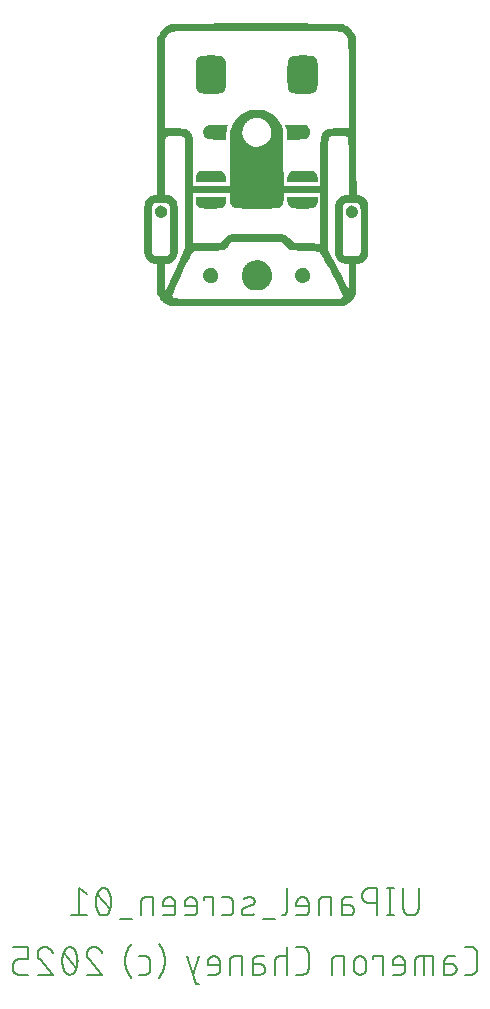
<source format=gbr>
G04 EAGLE Gerber RS-274X export*
G75*
%MOMM*%
%FSLAX34Y34*%
%LPD*%
%INSilkscreen Bottom*%
%IPPOS*%
%AMOC8*
5,1,8,0,0,1.08239X$1,22.5*%
G01*
G04 Define Apertures*
%ADD10C,0.203200*%
G36*
X773879Y214143D02*
X626397Y214143D01*
X623083Y216076D01*
X622392Y216525D01*
X621702Y217043D01*
X621011Y217630D01*
X620321Y218286D01*
X619648Y218976D01*
X619009Y219666D01*
X618405Y220357D01*
X617835Y221047D01*
X615902Y224362D01*
X615902Y237342D01*
X615626Y250047D01*
X613969Y250047D01*
X613416Y250068D01*
X612864Y250133D01*
X612311Y250241D01*
X611759Y250392D01*
X611207Y250586D01*
X610654Y250823D01*
X610102Y251104D01*
X609550Y251428D01*
X609015Y251786D01*
X608514Y252170D01*
X608048Y252580D01*
X607616Y253016D01*
X607219Y253477D01*
X606857Y253965D01*
X606529Y254479D01*
X606235Y255018D01*
X605972Y255521D01*
X605735Y256062D01*
X605523Y256643D01*
X605338Y257262D01*
X605178Y257920D01*
X605044Y258617D01*
X604937Y259353D01*
X604855Y260127D01*
X604790Y261118D01*
X604734Y262501D01*
X604686Y264277D01*
X604647Y266445D01*
X604617Y269006D01*
X604596Y271960D01*
X604578Y279046D01*
X604596Y286028D01*
X604617Y288956D01*
X604647Y291509D01*
X604686Y293686D01*
X604734Y295488D01*
X604790Y296914D01*
X604855Y297965D01*
X604932Y298804D01*
X605027Y299596D01*
X605139Y300340D01*
X605269Y301037D01*
X605416Y301687D01*
X605579Y302289D01*
X605761Y302843D01*
X605959Y303350D01*
X606255Y303827D01*
X606589Y304291D01*
X606963Y304742D01*
X607375Y305180D01*
X607826Y305605D01*
X608315Y306017D01*
X608844Y306416D01*
X609412Y306803D01*
X609996Y307159D01*
X610577Y307467D01*
X611153Y307728D01*
X611725Y307942D01*
X612292Y308108D01*
X612855Y308227D01*
X613414Y308298D01*
X613969Y308322D01*
X615626Y308322D01*
X615902Y375158D01*
X615902Y441718D01*
X617835Y445033D01*
X618137Y445714D01*
X618491Y446379D01*
X618897Y447026D01*
X619354Y447656D01*
X619863Y448269D01*
X620424Y448865D01*
X621037Y449443D01*
X621702Y450004D01*
X622392Y450535D01*
X623083Y451022D01*
X623773Y451467D01*
X624464Y451868D01*
X625154Y452226D01*
X625845Y452541D01*
X626535Y452813D01*
X627225Y453042D01*
X627431Y453076D01*
X627773Y453109D01*
X628865Y453171D01*
X630501Y453230D01*
X632680Y453284D01*
X635403Y453333D01*
X638670Y453379D01*
X646834Y453456D01*
X657122Y453517D01*
X669482Y453560D01*
X683912Y453586D01*
X700414Y453594D01*
X720826Y453586D01*
X737319Y453560D01*
X749894Y453517D01*
X758551Y453456D01*
X761716Y453415D01*
X764515Y453361D01*
X766947Y453294D01*
X769011Y453215D01*
X770710Y453122D01*
X772041Y453016D01*
X772569Y452958D01*
X773005Y452897D01*
X773350Y452833D01*
X773603Y452766D01*
X774285Y452479D01*
X774949Y452170D01*
X775597Y451840D01*
X776227Y451488D01*
X776840Y451115D01*
X777435Y450720D01*
X778013Y450304D01*
X778574Y449866D01*
X779114Y449402D01*
X779627Y448908D01*
X780115Y448384D01*
X780577Y447829D01*
X781012Y447244D01*
X781422Y446629D01*
X781807Y445984D01*
X782165Y445309D01*
X784098Y442271D01*
X784098Y375434D01*
X784227Y353029D01*
X784340Y335802D01*
X784435Y323753D01*
X784512Y316883D01*
X784562Y314877D01*
X784642Y313137D01*
X784752Y311666D01*
X784818Y311031D01*
X784892Y310462D01*
X784973Y309960D01*
X785062Y309526D01*
X785159Y309158D01*
X785263Y308857D01*
X785375Y308623D01*
X785494Y308455D01*
X785621Y308355D01*
X785687Y308330D01*
X785755Y308322D01*
X786245Y308298D01*
X786748Y308227D01*
X787263Y308108D01*
X787792Y307942D01*
X788334Y307728D01*
X788888Y307467D01*
X789456Y307159D01*
X790036Y306803D01*
X790603Y306416D01*
X791132Y306017D01*
X791622Y305605D01*
X792073Y305180D01*
X792485Y304742D01*
X792858Y304291D01*
X793193Y303827D01*
X793488Y303350D01*
X793685Y302843D01*
X793859Y302289D01*
X794013Y301687D01*
X794144Y301037D01*
X794254Y300340D01*
X794343Y299596D01*
X794410Y298804D01*
X794455Y297965D01*
X794487Y296918D01*
X794515Y295505D01*
X794558Y291578D01*
X794584Y286184D01*
X794593Y279322D01*
X794584Y272452D01*
X794558Y267032D01*
X794515Y263062D01*
X794487Y261621D01*
X794455Y260542D01*
X794410Y259674D01*
X794343Y258867D01*
X794254Y258121D01*
X794144Y257435D01*
X794013Y256809D01*
X793859Y256244D01*
X793685Y255739D01*
X793488Y255294D01*
X793201Y254757D01*
X792893Y254250D01*
X792563Y253773D01*
X792211Y253326D01*
X791838Y252910D01*
X791443Y252524D01*
X791026Y252168D01*
X790588Y251842D01*
X790133Y251546D01*
X789665Y251281D01*
X789184Y251046D01*
X788690Y250841D01*
X788182Y250666D01*
X787662Y250521D01*
X787130Y250407D01*
X786584Y250323D01*
X784374Y250047D01*
X784098Y237066D01*
X784098Y224362D01*
X782165Y221047D01*
X781595Y220357D01*
X780991Y219666D01*
X780352Y218976D01*
X779679Y218286D01*
X778989Y217630D01*
X778298Y217043D01*
X777608Y216525D01*
X776917Y216076D01*
X773879Y214143D01*
G37*
%LPC*%
G36*
X677215Y316331D02*
X677452Y336766D01*
X677657Y354364D01*
X677752Y362495D01*
X677767Y363835D01*
X679700Y368253D01*
X680197Y369201D01*
X680316Y369409D01*
X680719Y370109D01*
X681267Y370979D01*
X681841Y371809D01*
X682441Y372601D01*
X683066Y373354D01*
X683718Y374068D01*
X684396Y374744D01*
X685099Y375385D01*
X685828Y375995D01*
X686583Y376576D01*
X687365Y377126D01*
X688171Y377646D01*
X689004Y378136D01*
X689863Y378595D01*
X690748Y379025D01*
X691371Y379286D01*
X691939Y379525D01*
X692495Y379737D01*
X693026Y379922D01*
X693531Y380082D01*
X694010Y380216D01*
X694463Y380324D01*
X694891Y380406D01*
X695335Y380470D01*
X695840Y380526D01*
X696405Y380574D01*
X696987Y380610D01*
X697031Y380613D01*
X698464Y380665D01*
X700138Y380682D01*
X701692Y380665D01*
X702946Y380616D01*
X703038Y380613D01*
X703236Y380598D01*
X704177Y380526D01*
X704669Y380470D01*
X705109Y380406D01*
X705537Y380324D01*
X705990Y380216D01*
X706469Y380082D01*
X706974Y379922D01*
X707504Y379737D01*
X708061Y379525D01*
X709252Y379025D01*
X710199Y378595D01*
X711108Y378136D01*
X711541Y377892D01*
X711977Y377646D01*
X712808Y377126D01*
X713600Y376576D01*
X714353Y375995D01*
X715067Y375385D01*
X715742Y374744D01*
X716388Y374068D01*
X717011Y373354D01*
X717613Y372601D01*
X718194Y371809D01*
X718752Y370979D01*
X718811Y370883D01*
X719290Y370109D01*
X719805Y369201D01*
X720299Y368253D01*
X722509Y363835D01*
X722509Y340083D01*
X722785Y316331D01*
X753718Y316331D01*
X753718Y336768D01*
X753735Y343259D01*
X753757Y345986D01*
X753787Y348368D01*
X753826Y350405D01*
X753873Y352097D01*
X753929Y353443D01*
X753994Y354444D01*
X754072Y355251D01*
X754167Y356015D01*
X754279Y356736D01*
X754408Y357413D01*
X754555Y358048D01*
X754719Y358639D01*
X754900Y359187D01*
X755099Y359692D01*
X755311Y360097D01*
X755532Y360484D01*
X755764Y360852D01*
X756005Y361202D01*
X756256Y361534D01*
X756516Y361847D01*
X756787Y362142D01*
X757066Y362419D01*
X757356Y362677D01*
X757656Y362918D01*
X757965Y363139D01*
X758283Y363343D01*
X758612Y363528D01*
X758950Y363694D01*
X759298Y363843D01*
X759656Y363973D01*
X759966Y364068D01*
X760035Y364089D01*
X760448Y364195D01*
X760602Y364228D01*
X760894Y364291D01*
X761373Y364378D01*
X761886Y364455D01*
X762381Y364516D01*
X762433Y364523D01*
X763626Y364629D01*
X764953Y364695D01*
X766414Y364724D01*
X768008Y364713D01*
X769736Y364663D01*
X777746Y364663D01*
X777746Y401948D01*
X777737Y414255D01*
X777711Y423836D01*
X777668Y430688D01*
X777640Y433092D01*
X777608Y434814D01*
X777562Y436134D01*
X777495Y437334D01*
X777407Y438413D01*
X777297Y439371D01*
X777165Y440208D01*
X777012Y440924D01*
X776837Y441520D01*
X776742Y441772D01*
X776641Y441995D01*
X776330Y442547D01*
X775951Y443099D01*
X775502Y443652D01*
X774984Y444204D01*
X774432Y444722D01*
X774131Y444966D01*
X773879Y445171D01*
X773616Y445351D01*
X773327Y445550D01*
X772774Y445861D01*
X772728Y445887D01*
X772603Y445958D01*
X772560Y445982D01*
X772536Y445996D01*
X772258Y446113D01*
X772235Y446122D01*
X771871Y446241D01*
X771445Y446353D01*
X771395Y446364D01*
X771389Y446365D01*
X771233Y446398D01*
X770957Y446457D01*
X770405Y446554D01*
X770379Y446558D01*
X770313Y446567D01*
X769791Y446643D01*
X769527Y446675D01*
X769115Y446724D01*
X768635Y446772D01*
X768376Y446798D01*
X768084Y446822D01*
X767828Y446843D01*
X767805Y446845D01*
X767574Y446865D01*
X767351Y446878D01*
X767036Y446898D01*
X765784Y446975D01*
X764572Y447022D01*
X763742Y447054D01*
X761451Y447104D01*
X758378Y447136D01*
X753994Y447164D01*
X752305Y447170D01*
X741289Y447208D01*
X723337Y447233D01*
X700138Y447242D01*
X678509Y447233D01*
X661403Y447208D01*
X650248Y447169D01*
X648820Y447164D01*
X644224Y447136D01*
X640758Y447104D01*
X638014Y447059D01*
X635580Y446992D01*
X633457Y446903D01*
X631644Y446793D01*
X630143Y446662D01*
X629508Y446588D01*
X628952Y446509D01*
X628473Y446424D01*
X628071Y446334D01*
X627748Y446238D01*
X627502Y446137D01*
X627290Y446058D01*
X627070Y445956D01*
X626604Y445689D01*
X626103Y445335D01*
X625568Y444895D01*
X625050Y444420D01*
X624602Y443962D01*
X624222Y443522D01*
X623911Y443099D01*
X622530Y441166D01*
X622254Y402776D01*
X622254Y364663D01*
X630263Y364663D01*
X631992Y364713D01*
X633586Y364724D01*
X635047Y364695D01*
X635128Y364691D01*
X636374Y364629D01*
X637567Y364523D01*
X638114Y364455D01*
X638627Y364378D01*
X639106Y364291D01*
X639552Y364195D01*
X639965Y364089D01*
X640344Y363973D01*
X640702Y363843D01*
X641050Y363694D01*
X641388Y363528D01*
X641716Y363343D01*
X642035Y363139D01*
X642344Y362918D01*
X642644Y362677D01*
X642933Y362419D01*
X643213Y362142D01*
X643484Y361847D01*
X643744Y361534D01*
X643995Y361202D01*
X644236Y360852D01*
X644468Y360484D01*
X644689Y360097D01*
X644901Y359692D01*
X645100Y359187D01*
X645281Y358639D01*
X645445Y358048D01*
X645592Y357413D01*
X645721Y356736D01*
X645833Y356015D01*
X645928Y355251D01*
X646006Y354444D01*
X646071Y353443D01*
X646127Y352097D01*
X646174Y350405D01*
X646213Y348368D01*
X646243Y345986D01*
X646265Y343259D01*
X646282Y336768D01*
X646282Y316331D01*
X677215Y316331D01*
G37*
%LPD*%
G36*
X661196Y393939D02*
X660019Y393947D01*
X658905Y393973D01*
X657853Y394016D01*
X656863Y394077D01*
X655937Y394154D01*
X655073Y394249D01*
X654271Y394362D01*
X653532Y394491D01*
X652856Y394638D01*
X652242Y394802D01*
X651690Y394983D01*
X651202Y395181D01*
X650776Y395397D01*
X650412Y395630D01*
X650111Y395881D01*
X649873Y396148D01*
X649672Y396462D01*
X649484Y396851D01*
X649309Y397316D01*
X649148Y397857D01*
X648999Y398473D01*
X648863Y399165D01*
X648740Y399932D01*
X648630Y400774D01*
X648533Y401692D01*
X648448Y402686D01*
X648377Y403755D01*
X648319Y404900D01*
X648274Y406120D01*
X648241Y407416D01*
X648222Y408787D01*
X648215Y410233D01*
X648224Y412624D01*
X648250Y414825D01*
X648293Y416836D01*
X648354Y418657D01*
X648431Y420202D01*
X648526Y421384D01*
X648580Y421840D01*
X648638Y422204D01*
X648701Y422478D01*
X648768Y422662D01*
X649063Y423255D01*
X649398Y423792D01*
X649771Y424274D01*
X649972Y424493D01*
X650183Y424699D01*
X650404Y424890D01*
X650634Y425068D01*
X650874Y425231D01*
X651124Y425380D01*
X651383Y425516D01*
X651653Y425637D01*
X651931Y425745D01*
X652220Y425838D01*
X652874Y426000D01*
X653661Y426140D01*
X654583Y426259D01*
X655638Y426356D01*
X656827Y426431D01*
X658149Y426485D01*
X659606Y426518D01*
X661196Y426528D01*
X662819Y426511D01*
X664372Y426459D01*
X665857Y426373D01*
X667272Y426252D01*
X668515Y426114D01*
X669482Y425976D01*
X670172Y425838D01*
X670414Y425769D01*
X670586Y425700D01*
X670857Y425556D01*
X671115Y425400D01*
X671361Y425232D01*
X671596Y425052D01*
X671819Y424861D01*
X672030Y424658D01*
X672229Y424442D01*
X672416Y424215D01*
X672591Y423976D01*
X672755Y423725D01*
X672906Y423463D01*
X673046Y423188D01*
X673174Y422902D01*
X673290Y422603D01*
X673394Y422293D01*
X673486Y421971D01*
X673570Y421618D01*
X673648Y421214D01*
X673788Y420254D01*
X673907Y419091D01*
X674004Y417725D01*
X674080Y416156D01*
X674134Y414385D01*
X674166Y412411D01*
X674177Y410233D01*
X674170Y408787D01*
X674149Y407416D01*
X674114Y406120D01*
X674065Y404900D01*
X674001Y403755D01*
X673924Y402686D01*
X673833Y401692D01*
X673728Y400774D01*
X673609Y399932D01*
X673475Y399165D01*
X673328Y398473D01*
X673167Y397857D01*
X672992Y397316D01*
X672802Y396851D01*
X672599Y396462D01*
X672382Y396148D01*
X672127Y395881D01*
X671814Y395630D01*
X671441Y395397D01*
X671009Y395181D01*
X670518Y394983D01*
X669967Y394802D01*
X669357Y394638D01*
X668688Y394491D01*
X667959Y394362D01*
X667171Y394249D01*
X666323Y394154D01*
X665417Y394077D01*
X664450Y394016D01*
X663425Y393973D01*
X662340Y393947D01*
X661196Y393939D01*
G37*
%LPC*%
G36*
X748470Y220219D02*
X758188Y220357D01*
X762051Y220426D01*
X765248Y220495D01*
X767782Y220564D01*
X769650Y220633D01*
X770854Y220702D01*
X771207Y220737D01*
X771394Y220771D01*
X771661Y220935D01*
X771911Y221151D01*
X772144Y221418D01*
X772360Y221738D01*
X772541Y222074D01*
X772671Y222394D01*
X772749Y222696D01*
X772774Y222981D01*
X772739Y223214D01*
X772634Y223570D01*
X772459Y224047D01*
X772213Y224646D01*
X771512Y226211D01*
X770530Y228263D01*
X769268Y230802D01*
X767725Y233830D01*
X765902Y237344D01*
X763798Y241347D01*
X761673Y245349D01*
X759785Y248864D01*
X758135Y251892D01*
X756721Y254431D01*
X755545Y256483D01*
X754607Y258047D01*
X754226Y258647D01*
X753905Y259124D01*
X753644Y259480D01*
X753442Y259713D01*
X753271Y259847D01*
X753036Y259972D01*
X752736Y260089D01*
X752371Y260196D01*
X751942Y260296D01*
X751448Y260386D01*
X750889Y260468D01*
X750265Y260542D01*
X748669Y260680D01*
X746502Y260818D01*
X744111Y260939D01*
X743766Y260956D01*
X740461Y261094D01*
X728309Y261370D01*
X724995Y265237D01*
X721680Y268827D01*
X678596Y268827D01*
X676662Y266065D01*
X676041Y265213D01*
X675420Y264451D01*
X674798Y263780D01*
X674177Y263200D01*
X673866Y262944D01*
X673555Y262710D01*
X673245Y262499D01*
X672934Y262311D01*
X672623Y262145D01*
X672370Y262029D01*
X672312Y262002D01*
X672002Y261882D01*
X671691Y261785D01*
X671350Y261701D01*
X670949Y261623D01*
X670487Y261550D01*
X669965Y261482D01*
X668739Y261364D01*
X667272Y261267D01*
X665563Y261191D01*
X663613Y261137D01*
X661420Y261105D01*
X658987Y261094D01*
X656018Y261085D01*
X653463Y261060D01*
X651322Y261016D01*
X649596Y260956D01*
X648876Y260915D01*
X648233Y260861D01*
X647667Y260794D01*
X647180Y260714D01*
X646770Y260622D01*
X646437Y260516D01*
X646183Y260397D01*
X646006Y260266D01*
X645840Y260097D01*
X645620Y259799D01*
X645344Y259372D01*
X645013Y258816D01*
X644187Y257314D01*
X643141Y255294D01*
X641874Y252757D01*
X640387Y249701D01*
X638681Y246128D01*
X636754Y242037D01*
X634844Y237938D01*
X633189Y234339D01*
X631789Y231240D01*
X630643Y228642D01*
X629752Y226545D01*
X629116Y224948D01*
X628893Y224338D01*
X628734Y223852D01*
X628638Y223492D01*
X628606Y223257D01*
X628624Y222972D01*
X628675Y222670D01*
X628762Y222351D01*
X628883Y222014D01*
X629021Y221695D01*
X629159Y221427D01*
X629297Y221211D01*
X629435Y221047D01*
X629473Y221013D01*
X629555Y220980D01*
X629845Y220918D01*
X630306Y220860D01*
X630937Y220806D01*
X631738Y220756D01*
X632710Y220711D01*
X635166Y220633D01*
X638303Y220573D01*
X642122Y220530D01*
X646623Y220504D01*
X651806Y220495D01*
X663000Y220374D01*
X674764Y220288D01*
X687097Y220236D01*
X700000Y220219D01*
X748470Y220219D01*
G37*
%LPD*%
G36*
X700138Y227676D02*
X698843Y227693D01*
X697721Y227745D01*
X696772Y227831D01*
X696362Y227887D01*
X695995Y227952D01*
X695646Y228034D01*
X695288Y228142D01*
X694921Y228276D01*
X694545Y228435D01*
X694161Y228621D01*
X693769Y228832D01*
X693367Y229070D01*
X692957Y229333D01*
X692288Y229827D01*
X691663Y230343D01*
X691080Y230880D01*
X690541Y231439D01*
X690044Y232019D01*
X689591Y232621D01*
X689181Y233245D01*
X688814Y233890D01*
X688491Y234561D01*
X688210Y235262D01*
X687973Y235994D01*
X687779Y236755D01*
X687628Y237547D01*
X687520Y238369D01*
X687455Y239222D01*
X687434Y240104D01*
X687453Y240987D01*
X687511Y241839D01*
X687608Y242661D01*
X687744Y243453D01*
X687919Y244214D01*
X688133Y244946D01*
X688385Y245647D01*
X688676Y246318D01*
X689011Y246963D01*
X689393Y247587D01*
X689822Y248189D01*
X690299Y248769D01*
X690823Y249328D01*
X691395Y249865D01*
X692014Y250381D01*
X692681Y250875D01*
X693253Y251270D01*
X693863Y251626D01*
X694513Y251943D01*
X695201Y252222D01*
X695928Y252461D01*
X696694Y252662D01*
X697499Y252824D01*
X698343Y252947D01*
X699195Y253031D01*
X700026Y253076D01*
X700835Y253083D01*
X701623Y253050D01*
X702388Y252979D01*
X703133Y252869D01*
X703856Y252720D01*
X704557Y252532D01*
X705006Y252351D01*
X705524Y252084D01*
X706111Y251730D01*
X706766Y251290D01*
X707440Y250798D01*
X708078Y250288D01*
X708682Y249762D01*
X709252Y249218D01*
X709752Y248693D01*
X710214Y248154D01*
X710641Y247601D01*
X711030Y247035D01*
X711383Y246454D01*
X711699Y245859D01*
X711978Y245250D01*
X712221Y244627D01*
X712427Y243990D01*
X712597Y243338D01*
X712729Y242673D01*
X712825Y241994D01*
X712885Y241301D01*
X712907Y240594D01*
X712893Y239873D01*
X712842Y239137D01*
X712756Y238404D01*
X712635Y237690D01*
X712480Y236993D01*
X712290Y236315D01*
X712066Y235655D01*
X711807Y235014D01*
X711513Y234391D01*
X711185Y233786D01*
X710823Y233200D01*
X710426Y232632D01*
X709994Y232082D01*
X709528Y231551D01*
X709028Y231038D01*
X708493Y230543D01*
X707923Y230067D01*
X707319Y229609D01*
X706846Y229281D01*
X706395Y228988D01*
X705966Y228729D01*
X705558Y228504D01*
X705172Y228314D01*
X704807Y228159D01*
X704464Y228038D01*
X704143Y227952D01*
X703808Y227887D01*
X703426Y227831D01*
X702997Y227784D01*
X702520Y227745D01*
X701424Y227693D01*
X700138Y227676D01*
G37*
%LPC*%
G36*
X753718Y267170D02*
X753718Y309702D01*
X722785Y309702D01*
X722785Y305836D01*
X722778Y305372D01*
X722772Y305029D01*
X722733Y304265D01*
X722669Y303544D01*
X722578Y302867D01*
X722461Y302233D01*
X722319Y301641D01*
X722151Y301093D01*
X721957Y300588D01*
X721736Y300118D01*
X721491Y299674D01*
X721219Y299255D01*
X720921Y298862D01*
X720597Y298495D01*
X720310Y298215D01*
X720248Y298155D01*
X719872Y297839D01*
X719471Y297550D01*
X719169Y297450D01*
X718746Y297356D01*
X718202Y297269D01*
X717538Y297188D01*
X716752Y297113D01*
X715846Y297045D01*
X714819Y296984D01*
X713671Y296929D01*
X711013Y296838D01*
X707871Y296774D01*
X704246Y296735D01*
X700138Y296722D01*
X696030Y296735D01*
X692606Y296771D01*
X692405Y296774D01*
X690828Y296806D01*
X689263Y296838D01*
X686605Y296929D01*
X685457Y296984D01*
X684430Y297045D01*
X683524Y297113D01*
X682738Y297188D01*
X682074Y297269D01*
X681530Y297356D01*
X681107Y297450D01*
X680805Y297550D01*
X680402Y297777D01*
X680020Y298042D01*
X679659Y298347D01*
X679321Y298690D01*
X679003Y299072D01*
X678708Y299492D01*
X678434Y299952D01*
X678181Y300450D01*
X677955Y300988D01*
X677758Y301564D01*
X677592Y302179D01*
X677456Y302832D01*
X677351Y303525D01*
X677275Y304256D01*
X677230Y305027D01*
X677215Y305836D01*
X677215Y309702D01*
X646282Y309702D01*
X646282Y267446D01*
X657606Y267446D01*
X659884Y267464D01*
X662025Y267515D01*
X664027Y267602D01*
X665891Y267722D01*
X668653Y267930D01*
X669758Y267999D01*
X670863Y269103D01*
X671260Y269535D01*
X671622Y270001D01*
X671950Y270502D01*
X672243Y271037D01*
X672559Y271440D01*
X672884Y271822D01*
X673219Y272182D01*
X673564Y272521D01*
X673918Y272838D01*
X674282Y273134D01*
X674656Y273408D01*
X675040Y273660D01*
X675433Y273891D01*
X675836Y274101D01*
X676249Y274288D01*
X676671Y274454D01*
X677103Y274599D01*
X677545Y274722D01*
X677996Y274823D01*
X678458Y274903D01*
X678981Y274970D01*
X679252Y274997D01*
X679621Y275033D01*
X681245Y275145D01*
X681380Y275151D01*
X683332Y275240D01*
X685880Y275318D01*
X688890Y275378D01*
X692362Y275421D01*
X696295Y275447D01*
X700690Y275456D01*
X705783Y275438D01*
X710288Y275387D01*
X712422Y275340D01*
X714206Y275300D01*
X715945Y275244D01*
X717538Y275179D01*
X720230Y275041D01*
X722233Y274903D01*
X722975Y274834D01*
X723545Y274765D01*
X723942Y274696D01*
X724166Y274627D01*
X724485Y274437D01*
X724891Y274144D01*
X725383Y273747D01*
X725961Y273246D01*
X727239Y272072D01*
X728585Y270760D01*
X731347Y267722D01*
X745102Y267383D01*
X753718Y267170D01*
G37*
%LPD*%
G36*
X661196Y296722D02*
X659461Y296739D01*
X657847Y296791D01*
X656354Y296877D01*
X654982Y296998D01*
X653800Y297136D01*
X652876Y297274D01*
X652211Y297412D01*
X651976Y297481D01*
X651806Y297550D01*
X651402Y297773D01*
X651020Y298025D01*
X650660Y298308D01*
X650321Y298621D01*
X650004Y298964D01*
X649709Y299337D01*
X649435Y299740D01*
X649182Y300174D01*
X648956Y300629D01*
X648759Y301098D01*
X648593Y301579D01*
X648457Y302073D01*
X648351Y302580D01*
X648276Y303100D01*
X648231Y303633D01*
X648215Y304179D01*
X648215Y306388D01*
X674177Y306388D01*
X674177Y304179D01*
X674162Y303633D01*
X674116Y303100D01*
X674041Y302580D01*
X673935Y302073D01*
X673799Y301579D01*
X673633Y301098D01*
X673437Y300629D01*
X673210Y300174D01*
X672958Y299740D01*
X672684Y299337D01*
X672388Y298964D01*
X672071Y298621D01*
X671732Y298308D01*
X671372Y298025D01*
X670990Y297773D01*
X670586Y297550D01*
X670060Y297412D01*
X669309Y297274D01*
X668334Y297136D01*
X667134Y296998D01*
X665779Y296877D01*
X664338Y296791D01*
X662810Y296739D01*
X661196Y296722D01*
G37*
%LPC*%
G36*
X622772Y227654D02*
X622806Y227676D01*
X622910Y227823D01*
X623083Y228125D01*
X623635Y229195D01*
X624464Y230886D01*
X625568Y233199D01*
X628330Y238999D01*
X631644Y245904D01*
X639654Y263304D01*
X639654Y309702D01*
X639650Y315385D01*
X639645Y324064D01*
X639639Y326601D01*
X639619Y335388D01*
X639576Y343673D01*
X639548Y346677D01*
X639516Y348921D01*
X639470Y350681D01*
X639403Y352235D01*
X639315Y353581D01*
X639205Y354720D01*
X639073Y355653D01*
X638999Y356041D01*
X638920Y356378D01*
X638835Y356662D01*
X638745Y356895D01*
X638650Y357077D01*
X638549Y357206D01*
X638390Y357340D01*
X638191Y357467D01*
X637950Y357586D01*
X637669Y357698D01*
X637346Y357802D01*
X636982Y357899D01*
X636578Y357988D01*
X636132Y358069D01*
X635118Y358209D01*
X633940Y358319D01*
X632598Y358399D01*
X631092Y358449D01*
X629582Y358460D01*
X628885Y358447D01*
X628227Y358423D01*
X627607Y358387D01*
X627027Y358339D01*
X626485Y358279D01*
X625983Y358207D01*
X625519Y358124D01*
X625094Y358028D01*
X624707Y357921D01*
X624360Y357802D01*
X624165Y357719D01*
X624051Y357671D01*
X623782Y357528D01*
X623551Y357373D01*
X623359Y357206D01*
X623258Y357125D01*
X623162Y357018D01*
X623072Y356887D01*
X622988Y356731D01*
X622835Y356345D01*
X622703Y355860D01*
X622593Y355275D01*
X622504Y354591D01*
X622438Y353808D01*
X622392Y352925D01*
X622360Y351788D01*
X622332Y350241D01*
X622289Y345917D01*
X622263Y339953D01*
X622254Y332350D01*
X622254Y308322D01*
X623911Y308322D01*
X624466Y308298D01*
X625025Y308227D01*
X625588Y308108D01*
X626155Y307942D01*
X626727Y307728D01*
X627303Y307467D01*
X627884Y307159D01*
X628468Y306803D01*
X629036Y306416D01*
X629564Y306017D01*
X630054Y305605D01*
X630086Y305575D01*
X630505Y305180D01*
X630917Y304742D01*
X631291Y304291D01*
X631625Y303827D01*
X631921Y303350D01*
X632119Y302843D01*
X632300Y302289D01*
X632464Y301687D01*
X632611Y301037D01*
X632740Y300340D01*
X632853Y299596D01*
X632948Y298804D01*
X633025Y297965D01*
X633090Y296914D01*
X633146Y295488D01*
X633194Y293686D01*
X633232Y291509D01*
X633263Y288956D01*
X633284Y286028D01*
X633301Y279046D01*
X633284Y271960D01*
X633263Y269006D01*
X633232Y266445D01*
X633194Y264277D01*
X633146Y262501D01*
X633090Y261118D01*
X633025Y260127D01*
X632943Y259353D01*
X632835Y258617D01*
X632702Y257920D01*
X632542Y257262D01*
X632356Y256643D01*
X632145Y256062D01*
X631908Y255521D01*
X631644Y255018D01*
X631351Y254479D01*
X631023Y253965D01*
X630660Y253477D01*
X630263Y253016D01*
X629832Y252580D01*
X629366Y252170D01*
X628865Y251786D01*
X628330Y251428D01*
X627778Y251104D01*
X627225Y250823D01*
X626673Y250586D01*
X626121Y250392D01*
X625568Y250241D01*
X625016Y250133D01*
X624464Y250068D01*
X623911Y250047D01*
X622254Y250047D01*
X622254Y238447D01*
X622263Y236082D01*
X622289Y233959D01*
X622332Y232077D01*
X622392Y230438D01*
X622470Y229126D01*
X622515Y228625D01*
X622565Y228228D01*
X622619Y227935D01*
X622677Y227745D01*
X622740Y227659D01*
X622772Y227654D01*
G37*
G36*
X777470Y229333D02*
X777503Y229344D01*
X777534Y229378D01*
X777590Y229514D01*
X777638Y229741D01*
X777677Y230058D01*
X777707Y230466D01*
X777728Y230964D01*
X777746Y232233D01*
X777746Y249771D01*
X774984Y250047D01*
X774369Y250198D01*
X773767Y250375D01*
X773178Y250577D01*
X772602Y250806D01*
X772039Y251061D01*
X771488Y251341D01*
X770951Y251648D01*
X770427Y251980D01*
X769924Y252338D01*
X769452Y252722D01*
X769009Y253132D01*
X768597Y253568D01*
X768215Y254030D01*
X767864Y254517D01*
X767542Y255031D01*
X767251Y255570D01*
X767054Y255959D01*
X766880Y256433D01*
X766726Y256994D01*
X766595Y257642D01*
X766485Y258375D01*
X766396Y259195D01*
X766329Y260102D01*
X766284Y261094D01*
X766224Y263770D01*
X766181Y267653D01*
X766155Y272746D01*
X766146Y279046D01*
X766155Y286028D01*
X766181Y291509D01*
X766224Y295488D01*
X766252Y296914D01*
X766284Y297965D01*
X766334Y298804D01*
X766414Y299596D01*
X766524Y300340D01*
X766664Y301037D01*
X766834Y301687D01*
X767035Y302289D01*
X767266Y302843D01*
X767527Y303350D01*
X767825Y303827D01*
X768166Y304291D01*
X768550Y304742D01*
X768977Y305180D01*
X769447Y305605D01*
X769961Y306017D01*
X770517Y306416D01*
X771117Y306803D01*
X771734Y307159D01*
X772343Y307467D01*
X772943Y307728D01*
X773534Y307942D01*
X773866Y308037D01*
X774117Y308108D01*
X774690Y308227D01*
X775256Y308298D01*
X775812Y308322D01*
X777746Y308322D01*
X777746Y332350D01*
X777737Y339504D01*
X777711Y345227D01*
X777668Y349516D01*
X777608Y352373D01*
X777567Y353385D01*
X777513Y354280D01*
X777446Y355059D01*
X777366Y355722D01*
X777273Y356268D01*
X777167Y356697D01*
X777049Y357010D01*
X776985Y357123D01*
X776917Y357206D01*
X776758Y357373D01*
X776557Y357528D01*
X776314Y357671D01*
X776028Y357802D01*
X775701Y357921D01*
X775331Y358028D01*
X774920Y358124D01*
X774466Y358207D01*
X773970Y358279D01*
X773775Y358301D01*
X773433Y358339D01*
X772853Y358387D01*
X772231Y358423D01*
X771567Y358447D01*
X770861Y358460D01*
X769322Y358449D01*
X767779Y358399D01*
X766396Y358319D01*
X765173Y358209D01*
X764109Y358069D01*
X763637Y357988D01*
X763205Y357899D01*
X762813Y357802D01*
X762461Y357698D01*
X762148Y357586D01*
X761876Y357467D01*
X761643Y357340D01*
X761451Y357206D01*
X761350Y357112D01*
X761255Y356967D01*
X761164Y356771D01*
X761080Y356524D01*
X761000Y356227D01*
X760927Y355879D01*
X760795Y355031D01*
X760685Y353980D01*
X760596Y352727D01*
X760530Y351270D01*
X760484Y349611D01*
X760452Y347434D01*
X760424Y344424D01*
X760381Y335905D01*
X760355Y324055D01*
X760346Y308874D01*
X760346Y261370D01*
X768908Y245352D01*
X772049Y239379D01*
X774846Y234166D01*
X777470Y229333D01*
G37*
G36*
X780369Y256399D02*
X781714Y256416D01*
X782916Y256468D01*
X783975Y256554D01*
X784451Y256610D01*
X784892Y256675D01*
X785297Y256748D01*
X785667Y256830D01*
X786001Y256921D01*
X786299Y257020D01*
X786562Y257128D01*
X786789Y257245D01*
X786980Y257370D01*
X787136Y257504D01*
X787237Y257619D01*
X787332Y257756D01*
X787507Y258099D01*
X787660Y258533D01*
X787792Y259057D01*
X787902Y259672D01*
X787990Y260378D01*
X788057Y261174D01*
X788103Y262061D01*
X788163Y264520D01*
X788206Y268171D01*
X788232Y273013D01*
X788241Y279046D01*
X788228Y283417D01*
X788189Y287280D01*
X788124Y290633D01*
X788034Y293477D01*
X787979Y294708D01*
X787917Y295811D01*
X787849Y296788D01*
X787775Y297637D01*
X787694Y298358D01*
X787606Y298953D01*
X787513Y299420D01*
X787412Y299760D01*
X787288Y300027D01*
X787123Y300278D01*
X786917Y300511D01*
X786670Y300726D01*
X786382Y300925D01*
X786053Y301106D01*
X785683Y301270D01*
X785272Y301417D01*
X784820Y301546D01*
X784327Y301659D01*
X783832Y301746D01*
X783793Y301754D01*
X783218Y301831D01*
X782602Y301892D01*
X781945Y301935D01*
X781247Y301961D01*
X780508Y301969D01*
X779084Y301952D01*
X777849Y301900D01*
X776805Y301814D01*
X776354Y301758D01*
X775951Y301693D01*
X775586Y301620D01*
X775251Y301538D01*
X774947Y301447D01*
X774673Y301348D01*
X774429Y301240D01*
X774216Y301123D01*
X774032Y300998D01*
X773879Y300865D01*
X773683Y300619D01*
X773508Y300295D01*
X773355Y299894D01*
X773223Y299415D01*
X773113Y298858D01*
X773025Y298224D01*
X772958Y297512D01*
X772913Y296722D01*
X772880Y295721D01*
X772852Y294374D01*
X772809Y290646D01*
X772783Y285536D01*
X772774Y279046D01*
X772783Y273013D01*
X772809Y268171D01*
X772852Y264520D01*
X772913Y262061D01*
X772954Y261174D01*
X773007Y260378D01*
X773074Y259672D01*
X773154Y259057D01*
X773247Y258533D01*
X773353Y258099D01*
X773471Y257756D01*
X773603Y257504D01*
X773759Y257370D01*
X773950Y257245D01*
X774177Y257128D01*
X774440Y257020D01*
X774738Y256921D01*
X775072Y256830D01*
X775442Y256748D01*
X775847Y256675D01*
X776288Y256610D01*
X776764Y256554D01*
X777823Y256468D01*
X779025Y256416D01*
X780369Y256399D01*
G37*
%LPD*%
G36*
X780354Y288990D02*
X779981Y289015D01*
X779603Y289068D01*
X779219Y289150D01*
X778831Y289262D01*
X778436Y289403D01*
X778052Y289567D01*
X777692Y289750D01*
X777357Y289952D01*
X777047Y290171D01*
X776761Y290409D01*
X776501Y290665D01*
X776265Y290940D01*
X776054Y291233D01*
X775868Y291544D01*
X775707Y291873D01*
X775570Y292221D01*
X775459Y292588D01*
X775372Y292972D01*
X775310Y293375D01*
X775272Y293797D01*
X775260Y294236D01*
X775267Y294477D01*
X775286Y294715D01*
X775364Y295186D01*
X775493Y295647D01*
X775674Y296100D01*
X775907Y296545D01*
X776192Y296981D01*
X776529Y297408D01*
X776917Y297827D01*
X777336Y298215D01*
X777763Y298552D01*
X778199Y298836D01*
X778643Y299069D01*
X779096Y299251D01*
X779558Y299380D01*
X780029Y299458D01*
X780267Y299477D01*
X780508Y299484D01*
X780717Y299475D01*
X780930Y299449D01*
X781148Y299406D01*
X781371Y299346D01*
X781828Y299173D01*
X782303Y298931D01*
X783235Y298379D01*
X784098Y297827D01*
X784486Y297404D01*
X784823Y296963D01*
X785108Y296506D01*
X785341Y296031D01*
X785522Y295557D01*
X785652Y295099D01*
X785729Y294659D01*
X785749Y294445D01*
X785755Y294236D01*
X785749Y293962D01*
X785729Y293692D01*
X785697Y293427D01*
X785652Y293166D01*
X785522Y292657D01*
X785341Y292165D01*
X785231Y291930D01*
X785108Y291707D01*
X784972Y291498D01*
X784823Y291302D01*
X784661Y291118D01*
X784486Y290948D01*
X784299Y290790D01*
X784098Y290646D01*
X783785Y290350D01*
X783466Y290083D01*
X783142Y289845D01*
X782812Y289636D01*
X782477Y289456D01*
X782137Y289306D01*
X781791Y289184D01*
X781440Y289092D01*
X781083Y289029D01*
X780721Y288995D01*
X780354Y288990D01*
G37*
%LPC*%
G36*
X618940Y256399D02*
X620252Y256416D01*
X621426Y256468D01*
X622461Y256554D01*
X623359Y256675D01*
X623756Y256748D01*
X624118Y256830D01*
X624446Y256921D01*
X624740Y257020D01*
X624999Y257128D01*
X625223Y257245D01*
X625413Y257370D01*
X625568Y257504D01*
X625669Y257619D01*
X625765Y257756D01*
X625939Y258099D01*
X626093Y258533D01*
X626224Y259057D01*
X626334Y259672D01*
X626423Y260378D01*
X626490Y261174D01*
X626535Y262061D01*
X626595Y264520D01*
X626639Y268171D01*
X626664Y273013D01*
X626673Y279046D01*
X626662Y283417D01*
X626630Y287280D01*
X626576Y290633D01*
X626500Y293477D01*
X626403Y295811D01*
X626347Y296788D01*
X626285Y297637D01*
X626217Y298358D01*
X626144Y298953D01*
X626066Y299420D01*
X625983Y299760D01*
X625874Y300027D01*
X625722Y300278D01*
X625525Y300511D01*
X625323Y300691D01*
X625284Y300726D01*
X624998Y300925D01*
X624669Y301106D01*
X624295Y301270D01*
X623877Y301417D01*
X623414Y301546D01*
X622908Y301659D01*
X622357Y301754D01*
X621762Y301831D01*
X621123Y301892D01*
X620439Y301935D01*
X619712Y301961D01*
X618940Y301969D01*
X617516Y301952D01*
X616282Y301900D01*
X615237Y301814D01*
X614786Y301758D01*
X614383Y301693D01*
X614018Y301620D01*
X613684Y301538D01*
X613380Y301447D01*
X613106Y301348D01*
X612862Y301240D01*
X612648Y301123D01*
X612465Y300998D01*
X612311Y300865D01*
X612115Y300621D01*
X611940Y300304D01*
X611787Y299913D01*
X611656Y299449D01*
X611546Y298912D01*
X611457Y298301D01*
X611390Y297617D01*
X611345Y296860D01*
X611312Y295891D01*
X611284Y294573D01*
X611241Y290887D01*
X611215Y285804D01*
X611207Y279322D01*
X611215Y273177D01*
X611241Y268275D01*
X611284Y264615D01*
X611312Y263252D01*
X611345Y262199D01*
X611390Y261344D01*
X611457Y260576D01*
X611546Y259894D01*
X611656Y259299D01*
X611787Y258790D01*
X611940Y258367D01*
X612115Y258030D01*
X612211Y257894D01*
X612311Y257780D01*
X612467Y257613D01*
X612657Y257456D01*
X612881Y257311D01*
X613140Y257176D01*
X613433Y257052D01*
X613761Y256938D01*
X614124Y256836D01*
X614521Y256744D01*
X614952Y256663D01*
X615419Y256593D01*
X615919Y256534D01*
X616454Y256485D01*
X617024Y256447D01*
X617628Y256421D01*
X618940Y256399D01*
G37*
%LPD*%
G36*
X618940Y288989D02*
X618699Y288995D01*
X618461Y289015D01*
X617991Y289092D01*
X617529Y289222D01*
X617076Y289403D01*
X616631Y289636D01*
X616195Y289921D01*
X615768Y290257D01*
X615350Y290646D01*
X614961Y291064D01*
X614625Y291492D01*
X614340Y291927D01*
X614107Y292372D01*
X613925Y292825D01*
X613796Y293287D01*
X613718Y293757D01*
X613699Y293996D01*
X613692Y294236D01*
X613699Y294477D01*
X613718Y294715D01*
X613796Y295186D01*
X613925Y295647D01*
X614107Y296100D01*
X614340Y296545D01*
X614625Y296981D01*
X614961Y297408D01*
X615350Y297827D01*
X615768Y298215D01*
X616195Y298552D01*
X616631Y298836D01*
X617076Y299069D01*
X617529Y299251D01*
X617991Y299380D01*
X618461Y299458D01*
X618699Y299477D01*
X618940Y299484D01*
X619149Y299475D01*
X619363Y299449D01*
X619581Y299406D01*
X619803Y299346D01*
X620260Y299173D01*
X620735Y298931D01*
X621667Y298379D01*
X622530Y297827D01*
X622826Y297513D01*
X623091Y297194D01*
X623326Y296870D01*
X623531Y296541D01*
X623706Y296206D01*
X623851Y295865D01*
X623965Y295519D01*
X624049Y295168D01*
X624103Y294812D01*
X624127Y294450D01*
X624121Y294082D01*
X624084Y293710D01*
X624017Y293332D01*
X623920Y292948D01*
X623793Y292559D01*
X623635Y292165D01*
X623455Y291780D01*
X623260Y291420D01*
X623049Y291085D01*
X622824Y290775D01*
X622583Y290490D01*
X622327Y290229D01*
X622057Y289994D01*
X621771Y289783D01*
X621470Y289597D01*
X621154Y289435D01*
X620822Y289299D01*
X620476Y289187D01*
X620115Y289100D01*
X619738Y289038D01*
X619347Y289001D01*
X618940Y288989D01*
G37*
%LPC*%
G36*
X699882Y349171D02*
X700344Y349190D01*
X700807Y349231D01*
X701272Y349294D01*
X701738Y349378D01*
X702206Y349484D01*
X702675Y349611D01*
X703147Y349760D01*
X703619Y349930D01*
X704094Y350122D01*
X704570Y350336D01*
X705048Y350571D01*
X705316Y350715D01*
X705527Y350828D01*
X706008Y351106D01*
X706490Y351406D01*
X706964Y351720D01*
X707417Y352042D01*
X707850Y352370D01*
X708264Y352705D01*
X708657Y353047D01*
X709031Y353397D01*
X709385Y353753D01*
X709718Y354116D01*
X710032Y354487D01*
X710326Y354864D01*
X710599Y355248D01*
X710853Y355640D01*
X711087Y356038D01*
X711301Y356443D01*
X711495Y356856D01*
X711669Y357275D01*
X711823Y357702D01*
X711957Y358135D01*
X712071Y358575D01*
X712165Y359023D01*
X712239Y359477D01*
X712293Y359939D01*
X712328Y360407D01*
X712342Y360883D01*
X712338Y361209D01*
X712336Y361365D01*
X712311Y361855D01*
X712265Y362351D01*
X712199Y362855D01*
X712114Y363366D01*
X712009Y363883D01*
X711883Y364408D01*
X711738Y364939D01*
X711518Y365617D01*
X711272Y366268D01*
X711000Y366894D01*
X710702Y367494D01*
X710378Y368068D01*
X710029Y368616D01*
X709653Y369138D01*
X709252Y369634D01*
X708821Y370105D01*
X708354Y370549D01*
X707854Y370968D01*
X707319Y371361D01*
X706749Y371727D01*
X706532Y371850D01*
X706145Y372068D01*
X705506Y372383D01*
X704833Y372672D01*
X704214Y372931D01*
X703599Y373156D01*
X702988Y373346D01*
X702382Y373501D01*
X701780Y373622D01*
X701182Y373708D01*
X700589Y373760D01*
X700000Y373777D01*
X699411Y373760D01*
X698818Y373708D01*
X698220Y373622D01*
X697618Y373501D01*
X697012Y373346D01*
X696401Y373156D01*
X695786Y372931D01*
X695744Y372914D01*
X695167Y372672D01*
X694427Y372313D01*
X693725Y371926D01*
X693063Y371511D01*
X692439Y371067D01*
X691855Y370596D01*
X691309Y370096D01*
X690802Y369569D01*
X690333Y369013D01*
X689904Y368429D01*
X689514Y367818D01*
X689162Y367178D01*
X688849Y366510D01*
X688575Y365814D01*
X688452Y365435D01*
X688340Y365090D01*
X688143Y364338D01*
X687986Y363558D01*
X687872Y362771D01*
X687805Y361996D01*
X687785Y361235D01*
X687813Y360486D01*
X687889Y359750D01*
X688012Y359027D01*
X688182Y358317D01*
X688400Y357620D01*
X688666Y356936D01*
X688978Y356265D01*
X689339Y355607D01*
X689747Y354962D01*
X690202Y354330D01*
X690705Y353711D01*
X691119Y353254D01*
X691255Y353104D01*
X691852Y352511D01*
X692285Y352142D01*
X692719Y351795D01*
X693154Y351469D01*
X693592Y351165D01*
X694030Y350882D01*
X694471Y350621D01*
X694913Y350381D01*
X695357Y350163D01*
X695802Y349967D01*
X696249Y349792D01*
X696697Y349639D01*
X697147Y349507D01*
X697599Y349397D01*
X698053Y349309D01*
X698508Y349242D01*
X698964Y349197D01*
X699422Y349173D01*
X699882Y349171D01*
G37*
%LPD*%
G36*
X738804Y393939D02*
X737660Y393947D01*
X736575Y393973D01*
X735549Y394016D01*
X734583Y394077D01*
X734345Y394097D01*
X733677Y394154D01*
X732829Y394249D01*
X732041Y394362D01*
X731312Y394491D01*
X730643Y394638D01*
X730033Y394802D01*
X729482Y394983D01*
X728991Y395181D01*
X728559Y395397D01*
X728186Y395630D01*
X727872Y395881D01*
X727618Y396148D01*
X727401Y396462D01*
X727220Y396808D01*
X727198Y396851D01*
X727008Y397316D01*
X726833Y397857D01*
X726672Y398473D01*
X726524Y399165D01*
X726391Y399932D01*
X726272Y400774D01*
X726167Y401692D01*
X726076Y402686D01*
X725998Y403755D01*
X725989Y403933D01*
X725978Y404134D01*
X725935Y404900D01*
X725886Y406120D01*
X725851Y407416D01*
X725845Y407789D01*
X725830Y408787D01*
X725824Y410072D01*
X725823Y410233D01*
X725840Y412624D01*
X725892Y414825D01*
X725978Y416836D01*
X726099Y418657D01*
X726237Y420202D01*
X726376Y421384D01*
X726445Y421840D01*
X726514Y422204D01*
X726583Y422478D01*
X726652Y422662D01*
X726828Y423015D01*
X726947Y423255D01*
X727282Y423792D01*
X727655Y424274D01*
X727856Y424493D01*
X728067Y424699D01*
X728288Y424890D01*
X728518Y425068D01*
X728758Y425231D01*
X729008Y425380D01*
X729267Y425516D01*
X729537Y425637D01*
X729815Y425745D01*
X730104Y425838D01*
X730758Y426000D01*
X731545Y426140D01*
X731790Y426171D01*
X732467Y426259D01*
X733522Y426356D01*
X734711Y426431D01*
X736033Y426485D01*
X737490Y426518D01*
X739080Y426528D01*
X740703Y426511D01*
X742256Y426459D01*
X743741Y426373D01*
X744038Y426348D01*
X745156Y426252D01*
X745419Y426223D01*
X746399Y426114D01*
X747365Y425976D01*
X747367Y425976D01*
X747463Y425957D01*
X748056Y425838D01*
X748298Y425769D01*
X748470Y425700D01*
X748740Y425556D01*
X748997Y425400D01*
X749241Y425232D01*
X749471Y425052D01*
X749689Y424861D01*
X749894Y424658D01*
X750086Y424442D01*
X750106Y424418D01*
X750265Y424215D01*
X750432Y423976D01*
X750585Y423725D01*
X750725Y423463D01*
X750852Y423188D01*
X750967Y422902D01*
X751068Y422603D01*
X751157Y422293D01*
X751232Y421971D01*
X751362Y421214D01*
X751474Y420254D01*
X751514Y419756D01*
X751569Y419091D01*
X751646Y417725D01*
X751707Y416156D01*
X751750Y414385D01*
X751776Y412411D01*
X751779Y411646D01*
X751782Y410741D01*
X751784Y410233D01*
X751778Y408787D01*
X751759Y407416D01*
X751726Y406120D01*
X751681Y404900D01*
X751623Y403755D01*
X751551Y402686D01*
X751467Y401692D01*
X751370Y400774D01*
X751260Y399932D01*
X751137Y399165D01*
X751001Y398473D01*
X750852Y397857D01*
X750690Y397316D01*
X750516Y396851D01*
X750328Y396462D01*
X750127Y396148D01*
X749889Y395881D01*
X749588Y395630D01*
X749224Y395397D01*
X748798Y395181D01*
X748309Y394983D01*
X747758Y394802D01*
X747144Y394638D01*
X746468Y394491D01*
X745729Y394362D01*
X744927Y394249D01*
X744063Y394154D01*
X743136Y394077D01*
X743130Y394076D01*
X742431Y394034D01*
X742147Y394016D01*
X741095Y393973D01*
X739981Y393947D01*
X738804Y393939D01*
G37*
G36*
X674177Y355273D02*
X666996Y355273D01*
X665537Y355281D01*
X664200Y355307D01*
X662983Y355351D01*
X661887Y355411D01*
X660911Y355489D01*
X660057Y355584D01*
X659323Y355696D01*
X658710Y355825D01*
X658175Y355985D01*
X657675Y356188D01*
X657209Y356434D01*
X656777Y356723D01*
X656380Y357055D01*
X656018Y357431D01*
X655690Y357849D01*
X655396Y358311D01*
X655146Y358995D01*
X654947Y359666D01*
X654801Y360324D01*
X654706Y360969D01*
X654678Y361287D01*
X654663Y361601D01*
X654660Y361913D01*
X654671Y362221D01*
X654695Y362525D01*
X654732Y362827D01*
X654844Y363420D01*
X654920Y363709D01*
X655012Y363988D01*
X655119Y364257D01*
X655241Y364516D01*
X655378Y364766D01*
X655530Y365006D01*
X655697Y365236D01*
X655880Y365457D01*
X656077Y365668D01*
X656289Y365869D01*
X656517Y366061D01*
X656760Y366243D01*
X657018Y366415D01*
X657291Y366577D01*
X657882Y366873D01*
X658171Y367069D01*
X658486Y367244D01*
X658827Y367397D01*
X659194Y367528D01*
X659586Y367639D01*
X660005Y367727D01*
X660450Y367794D01*
X660920Y367839D01*
X662076Y367900D01*
X663613Y367943D01*
X665529Y367969D01*
X667824Y367977D01*
X675834Y367977D01*
X675005Y364663D01*
X674874Y364309D01*
X674755Y363938D01*
X674649Y363550D01*
X674556Y363144D01*
X674477Y362721D01*
X674410Y362281D01*
X674356Y361824D01*
X674315Y361349D01*
X674211Y359623D01*
X674194Y359144D01*
X674185Y358915D01*
X674177Y358311D01*
X674177Y355273D01*
G37*
G36*
X733004Y355273D02*
X725823Y355273D01*
X725823Y358587D01*
X725815Y359312D01*
X725789Y360106D01*
X725762Y360629D01*
X725745Y360969D01*
X725685Y361901D01*
X725644Y362372D01*
X725641Y362399D01*
X725590Y362816D01*
X725523Y363235D01*
X725443Y363627D01*
X725351Y363994D01*
X725245Y364335D01*
X725126Y364650D01*
X724995Y364939D01*
X724166Y367977D01*
X732452Y367977D01*
X734074Y367969D01*
X735628Y367943D01*
X737112Y367900D01*
X738528Y367839D01*
X739770Y367762D01*
X740737Y367667D01*
X741117Y367613D01*
X741428Y367554D01*
X741669Y367492D01*
X741842Y367425D01*
X742183Y367265D01*
X742515Y367062D01*
X742839Y366816D01*
X743154Y366527D01*
X743460Y366195D01*
X743600Y366018D01*
X743663Y365939D01*
X743758Y365820D01*
X744047Y365401D01*
X744327Y364939D01*
X744586Y364465D01*
X744811Y364007D01*
X745001Y363567D01*
X745156Y363144D01*
X745277Y362738D01*
X745363Y362350D01*
X745415Y361979D01*
X745432Y361625D01*
X745415Y361211D01*
X745363Y360797D01*
X745277Y360382D01*
X745156Y359968D01*
X745001Y359554D01*
X744811Y359139D01*
X744586Y358725D01*
X744327Y358311D01*
X744047Y357910D01*
X743758Y357534D01*
X743460Y357185D01*
X743154Y356861D01*
X742839Y356563D01*
X742515Y356291D01*
X742183Y356045D01*
X741842Y355825D01*
X741609Y355758D01*
X741324Y355696D01*
X740599Y355584D01*
X740073Y355530D01*
X739969Y355519D01*
X739667Y355489D01*
X738528Y355411D01*
X737250Y355351D01*
X735904Y355307D01*
X734488Y355281D01*
X733004Y355273D01*
G37*
G36*
X751784Y319369D02*
X725823Y319369D01*
X725823Y321855D01*
X725840Y322400D01*
X725892Y322933D01*
X725978Y323453D01*
X726099Y323960D01*
X726255Y324455D01*
X726445Y324936D01*
X726669Y325404D01*
X726928Y325859D01*
X727208Y326293D01*
X727498Y326696D01*
X727795Y327070D01*
X728102Y327413D01*
X728417Y327726D01*
X728740Y328008D01*
X729073Y328261D01*
X729414Y328483D01*
X729645Y328550D01*
X729925Y328612D01*
X730630Y328725D01*
X730704Y328732D01*
X730838Y328747D01*
X731530Y328820D01*
X732624Y328897D01*
X733912Y328958D01*
X735395Y329001D01*
X737071Y329027D01*
X738942Y329035D01*
X740813Y329027D01*
X742489Y329001D01*
X743971Y328958D01*
X745260Y328897D01*
X746354Y328820D01*
X747253Y328725D01*
X747959Y328612D01*
X748239Y328550D01*
X748470Y328483D01*
X748809Y328259D01*
X749135Y328000D01*
X749448Y327706D01*
X749748Y327378D01*
X750035Y327016D01*
X750309Y326619D01*
X750570Y326187D01*
X750818Y325721D01*
X751044Y325238D01*
X751241Y324754D01*
X751407Y324271D01*
X751543Y323788D01*
X751649Y323305D01*
X751724Y322821D01*
X751769Y322338D01*
X751784Y321855D01*
X751784Y319369D01*
G37*
G36*
X674177Y319369D02*
X648215Y319369D01*
X648215Y321855D01*
X648231Y322400D01*
X648276Y322933D01*
X648351Y323453D01*
X648457Y323960D01*
X648593Y324455D01*
X648647Y324612D01*
X648759Y324936D01*
X648956Y325404D01*
X649182Y325859D01*
X649435Y326293D01*
X649709Y326696D01*
X650004Y327070D01*
X650321Y327413D01*
X650660Y327726D01*
X651020Y328008D01*
X651402Y328261D01*
X651806Y328483D01*
X652004Y328550D01*
X652255Y328612D01*
X652607Y328673D01*
X652911Y328725D01*
X653774Y328820D01*
X654844Y328897D01*
X656121Y328958D01*
X657606Y329001D01*
X659297Y329027D01*
X661196Y329035D01*
X663095Y329027D01*
X664786Y329001D01*
X666271Y328958D01*
X667548Y328897D01*
X668619Y328820D01*
X669482Y328725D01*
X670138Y328612D01*
X670388Y328550D01*
X670586Y328483D01*
X670927Y328259D01*
X671260Y328000D01*
X671583Y327706D01*
X671898Y327378D01*
X672205Y327016D01*
X672502Y326619D01*
X672791Y326187D01*
X673072Y325721D01*
X673331Y325238D01*
X673555Y324754D01*
X673745Y324271D01*
X673901Y323788D01*
X674021Y323305D01*
X674108Y322821D01*
X674159Y322338D01*
X674177Y321855D01*
X674177Y319369D01*
G37*
G36*
X738804Y296722D02*
X737190Y296739D01*
X735662Y296791D01*
X734221Y296877D01*
X732866Y296998D01*
X731666Y297136D01*
X730691Y297274D01*
X729940Y297412D01*
X729414Y297550D01*
X729073Y297773D01*
X728740Y298025D01*
X728417Y298308D01*
X728102Y298621D01*
X727795Y298964D01*
X727498Y299337D01*
X727208Y299740D01*
X726928Y300174D01*
X726669Y300629D01*
X726445Y301098D01*
X726255Y301579D01*
X726099Y302073D01*
X725978Y302580D01*
X725892Y303100D01*
X725840Y303633D01*
X725823Y304179D01*
X725823Y306388D01*
X751784Y306388D01*
X751784Y304179D01*
X751769Y303633D01*
X751724Y303100D01*
X751649Y302580D01*
X751543Y302073D01*
X751407Y301579D01*
X751241Y301098D01*
X751044Y300629D01*
X750818Y300174D01*
X750570Y299740D01*
X750309Y299337D01*
X750035Y298964D01*
X749939Y298850D01*
X749748Y298621D01*
X749448Y298308D01*
X749135Y298025D01*
X748809Y297773D01*
X748470Y297550D01*
X747944Y297412D01*
X747193Y297274D01*
X746218Y297136D01*
X745018Y296998D01*
X743646Y296877D01*
X742153Y296791D01*
X740539Y296739D01*
X738804Y296722D01*
G37*
G36*
X661196Y233752D02*
X660887Y233760D01*
X660581Y233784D01*
X660279Y233825D01*
X659979Y233881D01*
X659683Y233954D01*
X659390Y234043D01*
X659100Y234148D01*
X658814Y234270D01*
X658531Y234407D01*
X658251Y234561D01*
X657701Y234917D01*
X657163Y235338D01*
X656639Y235823D01*
X656154Y236348D01*
X655733Y236885D01*
X655377Y237435D01*
X655223Y237715D01*
X655085Y237998D01*
X654964Y238285D01*
X654859Y238574D01*
X654770Y238867D01*
X654697Y239163D01*
X654640Y239463D01*
X654600Y239765D01*
X654576Y240071D01*
X654568Y240380D01*
X654580Y240789D01*
X654617Y241187D01*
X654679Y241575D01*
X654766Y241951D01*
X654878Y242317D01*
X655014Y242672D01*
X655176Y243016D01*
X655362Y243349D01*
X655573Y243672D01*
X655808Y243984D01*
X656069Y244285D01*
X656354Y244575D01*
X656664Y244854D01*
X656999Y245123D01*
X657359Y245381D01*
X657744Y245628D01*
X658140Y245856D01*
X658536Y246059D01*
X658930Y246236D01*
X659323Y246387D01*
X659715Y246512D01*
X660106Y246612D01*
X660496Y246685D01*
X660885Y246732D01*
X661273Y246754D01*
X661660Y246750D01*
X662046Y246720D01*
X662430Y246663D01*
X662814Y246581D01*
X663196Y246474D01*
X663578Y246340D01*
X663958Y246180D01*
X664299Y245958D01*
X664631Y245705D01*
X664955Y245423D01*
X665270Y245110D01*
X665576Y244767D01*
X665874Y244394D01*
X666163Y243990D01*
X666444Y243556D01*
X666702Y243114D01*
X666927Y242685D01*
X667117Y242268D01*
X667272Y241865D01*
X667393Y241474D01*
X667479Y241097D01*
X667531Y240732D01*
X667548Y240380D01*
X667541Y240071D01*
X667518Y239765D01*
X667480Y239463D01*
X667427Y239163D01*
X667360Y238867D01*
X667276Y238574D01*
X667178Y238285D01*
X667065Y237998D01*
X666793Y237435D01*
X666461Y236885D01*
X666068Y236348D01*
X665615Y235823D01*
X665123Y235338D01*
X664614Y234917D01*
X664087Y234561D01*
X663818Y234407D01*
X663544Y234270D01*
X663265Y234148D01*
X662983Y234043D01*
X662696Y233954D01*
X662404Y233881D01*
X662109Y233825D01*
X661809Y233784D01*
X661505Y233760D01*
X661196Y233752D01*
G37*
G36*
X738804Y233752D02*
X738495Y233760D01*
X738191Y233784D01*
X737891Y233825D01*
X737595Y233881D01*
X737304Y233954D01*
X737017Y234043D01*
X736735Y234148D01*
X736456Y234270D01*
X736182Y234407D01*
X735912Y234561D01*
X735386Y234917D01*
X734877Y235338D01*
X734385Y235823D01*
X733932Y236348D01*
X733539Y236885D01*
X733207Y237435D01*
X732935Y237998D01*
X732822Y238285D01*
X732723Y238574D01*
X732640Y238867D01*
X732572Y239163D01*
X732520Y239463D01*
X732482Y239765D01*
X732459Y240071D01*
X732452Y240380D01*
X732464Y240789D01*
X732501Y241187D01*
X732563Y241575D01*
X732650Y241951D01*
X732762Y242317D01*
X732898Y242672D01*
X733059Y243016D01*
X733246Y243349D01*
X733457Y243672D01*
X733692Y243984D01*
X733953Y244285D01*
X734238Y244575D01*
X734548Y244854D01*
X734883Y245123D01*
X735243Y245381D01*
X735628Y245628D01*
X736024Y245856D01*
X736420Y246059D01*
X736814Y246236D01*
X737207Y246387D01*
X737599Y246512D01*
X737990Y246612D01*
X738380Y246685D01*
X738769Y246732D01*
X739157Y246754D01*
X739544Y246750D01*
X739930Y246720D01*
X740314Y246663D01*
X740698Y246581D01*
X741080Y246474D01*
X741462Y246340D01*
X741842Y246180D01*
X742183Y245958D01*
X742515Y245705D01*
X742839Y245423D01*
X743154Y245110D01*
X743460Y244767D01*
X743758Y244394D01*
X744047Y243990D01*
X744327Y243556D01*
X744586Y243114D01*
X744811Y242685D01*
X745001Y242268D01*
X745156Y241865D01*
X745277Y241474D01*
X745363Y241097D01*
X745415Y240732D01*
X745432Y240380D01*
X745424Y240071D01*
X745400Y239765D01*
X745359Y239463D01*
X745303Y239163D01*
X745230Y238867D01*
X745141Y238574D01*
X745036Y238285D01*
X744914Y237998D01*
X744777Y237715D01*
X744623Y237435D01*
X744267Y236885D01*
X743846Y236348D01*
X743361Y235823D01*
X742837Y235338D01*
X742299Y234917D01*
X741749Y234561D01*
X741469Y234407D01*
X741186Y234270D01*
X740899Y234148D01*
X740610Y234043D01*
X740317Y233954D01*
X740021Y233881D01*
X739721Y233825D01*
X739419Y233784D01*
X739113Y233760D01*
X738804Y233752D01*
G37*
D10*
X837075Y-278316D02*
X837075Y-295193D01*
X837073Y-295352D01*
X837067Y-295511D01*
X837057Y-295671D01*
X837044Y-295829D01*
X837026Y-295988D01*
X837005Y-296145D01*
X836979Y-296303D01*
X836950Y-296459D01*
X836917Y-296615D01*
X836880Y-296770D01*
X836840Y-296924D01*
X836795Y-297077D01*
X836747Y-297229D01*
X836696Y-297380D01*
X836640Y-297529D01*
X836581Y-297677D01*
X836518Y-297823D01*
X836452Y-297968D01*
X836382Y-298111D01*
X836309Y-298253D01*
X836232Y-298392D01*
X836152Y-298530D01*
X836068Y-298666D01*
X835981Y-298799D01*
X835891Y-298931D01*
X835798Y-299060D01*
X835701Y-299186D01*
X835602Y-299311D01*
X835499Y-299433D01*
X835394Y-299552D01*
X835285Y-299669D01*
X835174Y-299783D01*
X835060Y-299894D01*
X834943Y-300003D01*
X834824Y-300108D01*
X834702Y-300211D01*
X834577Y-300310D01*
X834451Y-300407D01*
X834322Y-300500D01*
X834190Y-300590D01*
X834057Y-300677D01*
X833921Y-300761D01*
X833783Y-300841D01*
X833644Y-300918D01*
X833502Y-300991D01*
X833359Y-301061D01*
X833214Y-301127D01*
X833068Y-301190D01*
X832920Y-301249D01*
X832771Y-301305D01*
X832620Y-301356D01*
X832468Y-301404D01*
X832315Y-301449D01*
X832161Y-301489D01*
X832006Y-301526D01*
X831850Y-301559D01*
X831694Y-301588D01*
X831536Y-301614D01*
X831379Y-301635D01*
X831220Y-301653D01*
X831062Y-301666D01*
X830902Y-301676D01*
X830743Y-301682D01*
X830584Y-301684D01*
X830425Y-301682D01*
X830266Y-301676D01*
X830106Y-301666D01*
X829948Y-301653D01*
X829789Y-301635D01*
X829632Y-301614D01*
X829474Y-301588D01*
X829318Y-301559D01*
X829162Y-301526D01*
X829007Y-301489D01*
X828853Y-301449D01*
X828700Y-301404D01*
X828548Y-301356D01*
X828397Y-301305D01*
X828248Y-301249D01*
X828100Y-301190D01*
X827954Y-301127D01*
X827809Y-301061D01*
X827666Y-300991D01*
X827524Y-300918D01*
X827385Y-300841D01*
X827247Y-300761D01*
X827111Y-300677D01*
X826978Y-300590D01*
X826846Y-300500D01*
X826717Y-300407D01*
X826591Y-300310D01*
X826466Y-300211D01*
X826344Y-300108D01*
X826225Y-300003D01*
X826108Y-299894D01*
X825994Y-299783D01*
X825883Y-299669D01*
X825774Y-299552D01*
X825669Y-299433D01*
X825566Y-299311D01*
X825467Y-299186D01*
X825370Y-299060D01*
X825277Y-298931D01*
X825187Y-298799D01*
X825100Y-298666D01*
X825016Y-298530D01*
X824936Y-298392D01*
X824859Y-298253D01*
X824786Y-298111D01*
X824716Y-297968D01*
X824650Y-297823D01*
X824587Y-297677D01*
X824528Y-297529D01*
X824472Y-297380D01*
X824421Y-297229D01*
X824373Y-297077D01*
X824328Y-296924D01*
X824288Y-296770D01*
X824251Y-296615D01*
X824218Y-296459D01*
X824189Y-296303D01*
X824163Y-296145D01*
X824142Y-295988D01*
X824124Y-295829D01*
X824111Y-295671D01*
X824101Y-295511D01*
X824095Y-295352D01*
X824093Y-295193D01*
X824092Y-295193D02*
X824092Y-278316D01*
X813185Y-278316D02*
X813185Y-301684D01*
X815781Y-301684D02*
X810588Y-301684D01*
X810588Y-278316D02*
X815781Y-278316D01*
X802129Y-278316D02*
X802129Y-301684D01*
X802129Y-278316D02*
X795638Y-278316D01*
X795479Y-278318D01*
X795320Y-278324D01*
X795160Y-278334D01*
X795002Y-278347D01*
X794843Y-278365D01*
X794686Y-278386D01*
X794528Y-278412D01*
X794372Y-278441D01*
X794216Y-278474D01*
X794061Y-278511D01*
X793907Y-278551D01*
X793754Y-278596D01*
X793602Y-278644D01*
X793451Y-278695D01*
X793302Y-278751D01*
X793154Y-278810D01*
X793008Y-278873D01*
X792863Y-278939D01*
X792720Y-279009D01*
X792578Y-279082D01*
X792439Y-279159D01*
X792301Y-279239D01*
X792165Y-279323D01*
X792032Y-279410D01*
X791900Y-279500D01*
X791771Y-279593D01*
X791645Y-279690D01*
X791520Y-279789D01*
X791398Y-279892D01*
X791279Y-279997D01*
X791162Y-280106D01*
X791048Y-280217D01*
X790937Y-280331D01*
X790828Y-280448D01*
X790723Y-280567D01*
X790620Y-280689D01*
X790521Y-280814D01*
X790424Y-280940D01*
X790331Y-281069D01*
X790241Y-281201D01*
X790154Y-281334D01*
X790070Y-281470D01*
X789990Y-281608D01*
X789913Y-281747D01*
X789840Y-281889D01*
X789770Y-282032D01*
X789704Y-282177D01*
X789641Y-282323D01*
X789582Y-282471D01*
X789526Y-282620D01*
X789475Y-282771D01*
X789427Y-282923D01*
X789382Y-283076D01*
X789342Y-283230D01*
X789305Y-283385D01*
X789272Y-283541D01*
X789243Y-283697D01*
X789217Y-283855D01*
X789196Y-284012D01*
X789178Y-284171D01*
X789165Y-284329D01*
X789155Y-284489D01*
X789149Y-284648D01*
X789147Y-284807D01*
X789149Y-284966D01*
X789155Y-285125D01*
X789165Y-285285D01*
X789178Y-285443D01*
X789196Y-285602D01*
X789217Y-285759D01*
X789243Y-285917D01*
X789272Y-286073D01*
X789305Y-286229D01*
X789342Y-286384D01*
X789382Y-286538D01*
X789427Y-286691D01*
X789475Y-286843D01*
X789526Y-286994D01*
X789582Y-287143D01*
X789641Y-287291D01*
X789704Y-287437D01*
X789770Y-287582D01*
X789840Y-287725D01*
X789913Y-287867D01*
X789990Y-288006D01*
X790070Y-288144D01*
X790154Y-288280D01*
X790241Y-288413D01*
X790331Y-288545D01*
X790424Y-288674D01*
X790521Y-288800D01*
X790620Y-288925D01*
X790723Y-289047D01*
X790828Y-289166D01*
X790937Y-289283D01*
X791048Y-289397D01*
X791162Y-289508D01*
X791279Y-289617D01*
X791398Y-289722D01*
X791520Y-289825D01*
X791645Y-289924D01*
X791771Y-290021D01*
X791900Y-290114D01*
X792032Y-290204D01*
X792165Y-290291D01*
X792301Y-290375D01*
X792439Y-290455D01*
X792578Y-290532D01*
X792720Y-290605D01*
X792863Y-290675D01*
X793008Y-290741D01*
X793154Y-290804D01*
X793302Y-290863D01*
X793451Y-290919D01*
X793602Y-290970D01*
X793754Y-291018D01*
X793907Y-291063D01*
X794061Y-291103D01*
X794216Y-291140D01*
X794372Y-291173D01*
X794528Y-291202D01*
X794686Y-291228D01*
X794843Y-291249D01*
X795002Y-291267D01*
X795160Y-291280D01*
X795320Y-291290D01*
X795479Y-291296D01*
X795638Y-291298D01*
X802129Y-291298D01*
X777695Y-292596D02*
X771853Y-292596D01*
X777695Y-292596D02*
X777828Y-292598D01*
X777962Y-292604D01*
X778095Y-292614D01*
X778227Y-292627D01*
X778360Y-292645D01*
X778491Y-292666D01*
X778622Y-292692D01*
X778753Y-292721D01*
X778882Y-292754D01*
X779010Y-292790D01*
X779137Y-292831D01*
X779263Y-292875D01*
X779388Y-292923D01*
X779511Y-292975D01*
X779632Y-293030D01*
X779752Y-293088D01*
X779870Y-293150D01*
X779986Y-293216D01*
X780100Y-293285D01*
X780213Y-293357D01*
X780323Y-293433D01*
X780430Y-293511D01*
X780536Y-293593D01*
X780638Y-293678D01*
X780739Y-293766D01*
X780837Y-293857D01*
X780932Y-293951D01*
X781024Y-294047D01*
X781113Y-294146D01*
X781200Y-294248D01*
X781283Y-294352D01*
X781363Y-294458D01*
X781440Y-294567D01*
X781514Y-294678D01*
X781585Y-294791D01*
X781652Y-294907D01*
X781716Y-295024D01*
X781777Y-295143D01*
X781833Y-295263D01*
X781887Y-295386D01*
X781936Y-295510D01*
X781982Y-295635D01*
X782025Y-295761D01*
X782063Y-295889D01*
X782098Y-296018D01*
X782129Y-296147D01*
X782157Y-296278D01*
X782180Y-296409D01*
X782199Y-296541D01*
X782215Y-296674D01*
X782227Y-296807D01*
X782235Y-296940D01*
X782239Y-297073D01*
X782239Y-297207D01*
X782235Y-297340D01*
X782227Y-297473D01*
X782215Y-297606D01*
X782199Y-297739D01*
X782180Y-297871D01*
X782157Y-298002D01*
X782129Y-298133D01*
X782098Y-298262D01*
X782063Y-298391D01*
X782025Y-298519D01*
X781982Y-298645D01*
X781936Y-298770D01*
X781887Y-298894D01*
X781833Y-299017D01*
X781777Y-299137D01*
X781716Y-299256D01*
X781652Y-299373D01*
X781585Y-299489D01*
X781514Y-299602D01*
X781440Y-299713D01*
X781363Y-299822D01*
X781283Y-299928D01*
X781200Y-300032D01*
X781113Y-300134D01*
X781024Y-300233D01*
X780932Y-300329D01*
X780837Y-300423D01*
X780739Y-300514D01*
X780638Y-300602D01*
X780536Y-300687D01*
X780430Y-300769D01*
X780323Y-300847D01*
X780213Y-300923D01*
X780100Y-300995D01*
X779986Y-301064D01*
X779870Y-301130D01*
X779752Y-301192D01*
X779632Y-301250D01*
X779511Y-301305D01*
X779388Y-301357D01*
X779263Y-301405D01*
X779137Y-301449D01*
X779010Y-301490D01*
X778882Y-301526D01*
X778753Y-301559D01*
X778622Y-301588D01*
X778491Y-301614D01*
X778360Y-301635D01*
X778227Y-301653D01*
X778095Y-301666D01*
X777962Y-301676D01*
X777828Y-301682D01*
X777695Y-301684D01*
X771853Y-301684D01*
X771853Y-290000D01*
X771855Y-289878D01*
X771861Y-289755D01*
X771870Y-289633D01*
X771884Y-289512D01*
X771901Y-289391D01*
X771922Y-289270D01*
X771947Y-289150D01*
X771975Y-289031D01*
X772008Y-288913D01*
X772044Y-288796D01*
X772083Y-288681D01*
X772127Y-288566D01*
X772173Y-288453D01*
X772224Y-288342D01*
X772278Y-288232D01*
X772335Y-288124D01*
X772395Y-288017D01*
X772459Y-287913D01*
X772527Y-287811D01*
X772597Y-287711D01*
X772670Y-287613D01*
X772747Y-287517D01*
X772826Y-287424D01*
X772909Y-287334D01*
X772994Y-287246D01*
X773082Y-287161D01*
X773172Y-287078D01*
X773265Y-286999D01*
X773361Y-286922D01*
X773459Y-286849D01*
X773559Y-286779D01*
X773661Y-286711D01*
X773765Y-286647D01*
X773872Y-286587D01*
X773980Y-286530D01*
X774090Y-286476D01*
X774201Y-286425D01*
X774314Y-286379D01*
X774429Y-286335D01*
X774544Y-286296D01*
X774661Y-286260D01*
X774779Y-286227D01*
X774898Y-286199D01*
X775018Y-286174D01*
X775139Y-286153D01*
X775260Y-286136D01*
X775381Y-286122D01*
X775503Y-286113D01*
X775626Y-286107D01*
X775748Y-286105D01*
X780940Y-286105D01*
X762701Y-286105D02*
X762701Y-301684D01*
X762701Y-286105D02*
X756210Y-286105D01*
X756088Y-286107D01*
X755965Y-286113D01*
X755843Y-286122D01*
X755722Y-286136D01*
X755601Y-286153D01*
X755480Y-286174D01*
X755360Y-286199D01*
X755241Y-286227D01*
X755123Y-286260D01*
X755006Y-286296D01*
X754891Y-286335D01*
X754776Y-286379D01*
X754663Y-286425D01*
X754552Y-286476D01*
X754442Y-286530D01*
X754334Y-286587D01*
X754227Y-286647D01*
X754123Y-286711D01*
X754021Y-286779D01*
X753921Y-286849D01*
X753823Y-286922D01*
X753727Y-286999D01*
X753634Y-287078D01*
X753544Y-287161D01*
X753456Y-287246D01*
X753371Y-287334D01*
X753288Y-287424D01*
X753209Y-287517D01*
X753132Y-287613D01*
X753059Y-287711D01*
X752989Y-287811D01*
X752921Y-287913D01*
X752857Y-288017D01*
X752797Y-288124D01*
X752740Y-288232D01*
X752686Y-288342D01*
X752635Y-288453D01*
X752589Y-288566D01*
X752545Y-288681D01*
X752506Y-288796D01*
X752470Y-288913D01*
X752437Y-289031D01*
X752409Y-289150D01*
X752384Y-289270D01*
X752363Y-289391D01*
X752346Y-289512D01*
X752332Y-289633D01*
X752323Y-289755D01*
X752317Y-289878D01*
X752315Y-290000D01*
X752315Y-301684D01*
X740015Y-301684D02*
X733524Y-301684D01*
X740015Y-301684D02*
X740137Y-301682D01*
X740260Y-301676D01*
X740382Y-301667D01*
X740503Y-301653D01*
X740624Y-301636D01*
X740745Y-301615D01*
X740865Y-301590D01*
X740984Y-301562D01*
X741102Y-301529D01*
X741219Y-301493D01*
X741334Y-301454D01*
X741449Y-301410D01*
X741562Y-301364D01*
X741673Y-301313D01*
X741783Y-301259D01*
X741891Y-301202D01*
X741998Y-301142D01*
X742102Y-301078D01*
X742204Y-301010D01*
X742304Y-300940D01*
X742402Y-300867D01*
X742498Y-300790D01*
X742591Y-300711D01*
X742681Y-300628D01*
X742769Y-300543D01*
X742854Y-300455D01*
X742937Y-300365D01*
X743016Y-300272D01*
X743093Y-300176D01*
X743166Y-300078D01*
X743236Y-299978D01*
X743304Y-299876D01*
X743368Y-299772D01*
X743428Y-299665D01*
X743485Y-299557D01*
X743539Y-299447D01*
X743590Y-299336D01*
X743636Y-299223D01*
X743680Y-299108D01*
X743719Y-298993D01*
X743755Y-298876D01*
X743788Y-298758D01*
X743816Y-298639D01*
X743841Y-298519D01*
X743862Y-298398D01*
X743879Y-298277D01*
X743893Y-298156D01*
X743902Y-298034D01*
X743908Y-297911D01*
X743910Y-297789D01*
X743910Y-291298D01*
X743908Y-291155D01*
X743902Y-291012D01*
X743892Y-290869D01*
X743878Y-290727D01*
X743861Y-290585D01*
X743839Y-290443D01*
X743814Y-290302D01*
X743784Y-290162D01*
X743751Y-290023D01*
X743714Y-289885D01*
X743673Y-289748D01*
X743629Y-289612D01*
X743580Y-289477D01*
X743528Y-289344D01*
X743473Y-289212D01*
X743413Y-289082D01*
X743350Y-288953D01*
X743284Y-288826D01*
X743214Y-288702D01*
X743141Y-288579D01*
X743064Y-288458D01*
X742984Y-288339D01*
X742901Y-288223D01*
X742815Y-288108D01*
X742726Y-287997D01*
X742633Y-287887D01*
X742538Y-287781D01*
X742439Y-287677D01*
X742338Y-287576D01*
X742234Y-287477D01*
X742128Y-287382D01*
X742018Y-287289D01*
X741907Y-287200D01*
X741792Y-287114D01*
X741676Y-287031D01*
X741557Y-286951D01*
X741436Y-286874D01*
X741314Y-286801D01*
X741189Y-286731D01*
X741062Y-286665D01*
X740933Y-286602D01*
X740803Y-286542D01*
X740671Y-286487D01*
X740538Y-286435D01*
X740403Y-286386D01*
X740267Y-286342D01*
X740130Y-286301D01*
X739992Y-286264D01*
X739853Y-286231D01*
X739713Y-286201D01*
X739572Y-286176D01*
X739430Y-286154D01*
X739288Y-286137D01*
X739146Y-286123D01*
X739003Y-286113D01*
X738860Y-286107D01*
X738717Y-286105D01*
X738574Y-286107D01*
X738431Y-286113D01*
X738288Y-286123D01*
X738146Y-286137D01*
X738004Y-286154D01*
X737862Y-286176D01*
X737721Y-286201D01*
X737581Y-286231D01*
X737442Y-286264D01*
X737304Y-286301D01*
X737167Y-286342D01*
X737031Y-286386D01*
X736896Y-286435D01*
X736763Y-286487D01*
X736631Y-286542D01*
X736501Y-286602D01*
X736372Y-286665D01*
X736245Y-286731D01*
X736121Y-286801D01*
X735998Y-286874D01*
X735877Y-286951D01*
X735758Y-287031D01*
X735642Y-287114D01*
X735527Y-287200D01*
X735416Y-287289D01*
X735306Y-287382D01*
X735200Y-287477D01*
X735096Y-287576D01*
X734995Y-287677D01*
X734896Y-287781D01*
X734801Y-287887D01*
X734708Y-287997D01*
X734619Y-288108D01*
X734533Y-288223D01*
X734450Y-288339D01*
X734370Y-288458D01*
X734293Y-288579D01*
X734220Y-288702D01*
X734150Y-288826D01*
X734084Y-288953D01*
X734021Y-289082D01*
X733961Y-289212D01*
X733906Y-289344D01*
X733854Y-289477D01*
X733805Y-289612D01*
X733761Y-289748D01*
X733720Y-289885D01*
X733683Y-290023D01*
X733650Y-290162D01*
X733620Y-290302D01*
X733595Y-290443D01*
X733573Y-290585D01*
X733556Y-290727D01*
X733542Y-290869D01*
X733532Y-291012D01*
X733526Y-291155D01*
X733524Y-291298D01*
X733524Y-293895D01*
X743910Y-293895D01*
X725309Y-297789D02*
X725309Y-278316D01*
X725309Y-297789D02*
X725307Y-297911D01*
X725301Y-298034D01*
X725292Y-298156D01*
X725278Y-298277D01*
X725261Y-298398D01*
X725240Y-298519D01*
X725215Y-298639D01*
X725187Y-298758D01*
X725154Y-298876D01*
X725118Y-298993D01*
X725079Y-299108D01*
X725035Y-299223D01*
X724989Y-299336D01*
X724938Y-299447D01*
X724884Y-299557D01*
X724827Y-299665D01*
X724767Y-299772D01*
X724703Y-299876D01*
X724635Y-299978D01*
X724565Y-300078D01*
X724492Y-300176D01*
X724415Y-300272D01*
X724336Y-300365D01*
X724253Y-300455D01*
X724168Y-300543D01*
X724080Y-300628D01*
X723990Y-300711D01*
X723897Y-300790D01*
X723801Y-300867D01*
X723703Y-300940D01*
X723603Y-301010D01*
X723501Y-301078D01*
X723397Y-301142D01*
X723290Y-301202D01*
X723182Y-301259D01*
X723072Y-301313D01*
X722961Y-301364D01*
X722848Y-301410D01*
X722733Y-301454D01*
X722618Y-301493D01*
X722501Y-301529D01*
X722383Y-301562D01*
X722264Y-301590D01*
X722144Y-301615D01*
X722023Y-301636D01*
X721902Y-301653D01*
X721781Y-301667D01*
X721659Y-301676D01*
X721536Y-301682D01*
X721414Y-301684D01*
X715376Y-304280D02*
X704990Y-304280D01*
X696029Y-292596D02*
X689538Y-295193D01*
X696029Y-292596D02*
X696135Y-292552D01*
X696240Y-292503D01*
X696343Y-292451D01*
X696444Y-292396D01*
X696544Y-292337D01*
X696641Y-292275D01*
X696736Y-292210D01*
X696828Y-292141D01*
X696919Y-292069D01*
X697006Y-291995D01*
X697092Y-291917D01*
X697174Y-291836D01*
X697254Y-291753D01*
X697330Y-291667D01*
X697404Y-291578D01*
X697475Y-291487D01*
X697542Y-291393D01*
X697606Y-291297D01*
X697667Y-291199D01*
X697725Y-291100D01*
X697779Y-290998D01*
X697829Y-290894D01*
X697876Y-290789D01*
X697920Y-290682D01*
X697959Y-290573D01*
X697995Y-290464D01*
X698027Y-290353D01*
X698056Y-290241D01*
X698080Y-290129D01*
X698101Y-290015D01*
X698117Y-289901D01*
X698130Y-289786D01*
X698139Y-289671D01*
X698144Y-289556D01*
X698145Y-289441D01*
X698142Y-289326D01*
X698135Y-289210D01*
X698124Y-289096D01*
X698109Y-288981D01*
X698090Y-288868D01*
X698068Y-288754D01*
X698041Y-288642D01*
X698011Y-288531D01*
X697977Y-288421D01*
X697939Y-288312D01*
X697898Y-288204D01*
X697852Y-288098D01*
X697803Y-287994D01*
X697751Y-287891D01*
X697695Y-287790D01*
X697636Y-287691D01*
X697573Y-287594D01*
X697507Y-287500D01*
X697438Y-287407D01*
X697366Y-287317D01*
X697291Y-287230D01*
X697212Y-287145D01*
X697131Y-287063D01*
X697047Y-286984D01*
X696961Y-286908D01*
X696872Y-286835D01*
X696780Y-286765D01*
X696686Y-286698D01*
X696590Y-286634D01*
X696492Y-286574D01*
X696392Y-286517D01*
X696290Y-286463D01*
X696186Y-286413D01*
X696080Y-286367D01*
X695973Y-286324D01*
X695864Y-286285D01*
X695755Y-286250D01*
X695644Y-286218D01*
X695532Y-286190D01*
X695419Y-286166D01*
X695305Y-286146D01*
X695191Y-286130D01*
X695077Y-286118D01*
X694962Y-286110D01*
X694846Y-286106D01*
X694731Y-286105D01*
X694732Y-286106D02*
X694377Y-286115D01*
X694023Y-286133D01*
X693670Y-286159D01*
X693317Y-286194D01*
X692965Y-286237D01*
X692614Y-286289D01*
X692265Y-286349D01*
X691917Y-286418D01*
X691571Y-286495D01*
X691227Y-286580D01*
X690885Y-286673D01*
X690546Y-286775D01*
X690209Y-286885D01*
X689874Y-287002D01*
X689543Y-287128D01*
X689215Y-287262D01*
X688890Y-287404D01*
X689538Y-295193D02*
X689432Y-295237D01*
X689327Y-295286D01*
X689224Y-295338D01*
X689123Y-295393D01*
X689023Y-295452D01*
X688926Y-295514D01*
X688831Y-295579D01*
X688739Y-295648D01*
X688648Y-295720D01*
X688561Y-295794D01*
X688475Y-295872D01*
X688393Y-295953D01*
X688313Y-296036D01*
X688237Y-296122D01*
X688163Y-296211D01*
X688092Y-296302D01*
X688025Y-296396D01*
X687961Y-296492D01*
X687900Y-296590D01*
X687842Y-296689D01*
X687788Y-296791D01*
X687738Y-296895D01*
X687691Y-297000D01*
X687647Y-297107D01*
X687608Y-297216D01*
X687572Y-297325D01*
X687540Y-297436D01*
X687511Y-297548D01*
X687487Y-297660D01*
X687466Y-297774D01*
X687450Y-297888D01*
X687437Y-298003D01*
X687428Y-298118D01*
X687423Y-298233D01*
X687422Y-298348D01*
X687425Y-298463D01*
X687432Y-298579D01*
X687443Y-298693D01*
X687458Y-298808D01*
X687477Y-298921D01*
X687499Y-299035D01*
X687526Y-299147D01*
X687556Y-299258D01*
X687590Y-299368D01*
X687628Y-299477D01*
X687669Y-299585D01*
X687715Y-299691D01*
X687764Y-299795D01*
X687816Y-299898D01*
X687872Y-299999D01*
X687931Y-300098D01*
X687994Y-300195D01*
X688060Y-300289D01*
X688129Y-300382D01*
X688201Y-300472D01*
X688276Y-300559D01*
X688355Y-300644D01*
X688436Y-300726D01*
X688520Y-300805D01*
X688606Y-300881D01*
X688695Y-300954D01*
X688787Y-301024D01*
X688881Y-301091D01*
X688977Y-301155D01*
X689075Y-301215D01*
X689175Y-301272D01*
X689277Y-301326D01*
X689381Y-301376D01*
X689487Y-301422D01*
X689594Y-301465D01*
X689703Y-301504D01*
X689812Y-301539D01*
X689923Y-301571D01*
X690035Y-301599D01*
X690148Y-301623D01*
X690262Y-301643D01*
X690376Y-301659D01*
X690490Y-301671D01*
X690606Y-301679D01*
X690721Y-301683D01*
X690836Y-301684D01*
X690837Y-301684D02*
X691357Y-301670D01*
X691877Y-301644D01*
X692397Y-301606D01*
X692915Y-301556D01*
X693432Y-301493D01*
X693947Y-301418D01*
X694461Y-301331D01*
X694972Y-301232D01*
X695480Y-301120D01*
X695986Y-300997D01*
X696489Y-300862D01*
X696989Y-300715D01*
X697485Y-300556D01*
X697977Y-300386D01*
X675973Y-301684D02*
X670780Y-301684D01*
X675973Y-301684D02*
X676095Y-301682D01*
X676218Y-301676D01*
X676340Y-301667D01*
X676461Y-301653D01*
X676582Y-301636D01*
X676703Y-301615D01*
X676823Y-301590D01*
X676942Y-301562D01*
X677060Y-301529D01*
X677177Y-301493D01*
X677292Y-301454D01*
X677407Y-301410D01*
X677520Y-301364D01*
X677631Y-301313D01*
X677741Y-301259D01*
X677849Y-301202D01*
X677956Y-301142D01*
X678060Y-301078D01*
X678162Y-301010D01*
X678262Y-300940D01*
X678360Y-300867D01*
X678456Y-300790D01*
X678549Y-300711D01*
X678639Y-300628D01*
X678727Y-300543D01*
X678812Y-300455D01*
X678895Y-300365D01*
X678974Y-300272D01*
X679051Y-300176D01*
X679124Y-300078D01*
X679194Y-299978D01*
X679262Y-299876D01*
X679326Y-299772D01*
X679386Y-299665D01*
X679443Y-299557D01*
X679497Y-299447D01*
X679548Y-299336D01*
X679594Y-299223D01*
X679638Y-299108D01*
X679677Y-298993D01*
X679713Y-298876D01*
X679746Y-298758D01*
X679774Y-298639D01*
X679799Y-298519D01*
X679820Y-298398D01*
X679837Y-298277D01*
X679851Y-298156D01*
X679860Y-298034D01*
X679866Y-297911D01*
X679868Y-297789D01*
X679867Y-297789D02*
X679867Y-290000D01*
X679868Y-290000D02*
X679866Y-289878D01*
X679860Y-289755D01*
X679851Y-289633D01*
X679837Y-289512D01*
X679820Y-289391D01*
X679799Y-289270D01*
X679774Y-289150D01*
X679746Y-289031D01*
X679713Y-288913D01*
X679677Y-288796D01*
X679638Y-288681D01*
X679594Y-288566D01*
X679548Y-288453D01*
X679497Y-288342D01*
X679443Y-288232D01*
X679386Y-288124D01*
X679326Y-288017D01*
X679262Y-287913D01*
X679194Y-287811D01*
X679124Y-287711D01*
X679051Y-287613D01*
X678974Y-287517D01*
X678895Y-287424D01*
X678812Y-287334D01*
X678727Y-287246D01*
X678639Y-287161D01*
X678549Y-287078D01*
X678456Y-286999D01*
X678360Y-286922D01*
X678262Y-286849D01*
X678162Y-286779D01*
X678060Y-286711D01*
X677956Y-286647D01*
X677849Y-286587D01*
X677741Y-286530D01*
X677631Y-286476D01*
X677520Y-286425D01*
X677407Y-286379D01*
X677292Y-286335D01*
X677177Y-286296D01*
X677060Y-286260D01*
X676942Y-286227D01*
X676823Y-286199D01*
X676703Y-286174D01*
X676582Y-286153D01*
X676461Y-286136D01*
X676340Y-286122D01*
X676218Y-286113D01*
X676095Y-286107D01*
X675973Y-286105D01*
X670780Y-286105D01*
X663115Y-286105D02*
X663115Y-301684D01*
X663115Y-286105D02*
X655326Y-286105D01*
X655326Y-288702D01*
X645365Y-301684D02*
X638874Y-301684D01*
X645365Y-301684D02*
X645487Y-301682D01*
X645610Y-301676D01*
X645732Y-301667D01*
X645853Y-301653D01*
X645974Y-301636D01*
X646095Y-301615D01*
X646215Y-301590D01*
X646334Y-301562D01*
X646452Y-301529D01*
X646569Y-301493D01*
X646684Y-301454D01*
X646799Y-301410D01*
X646912Y-301364D01*
X647023Y-301313D01*
X647133Y-301259D01*
X647241Y-301202D01*
X647348Y-301142D01*
X647452Y-301078D01*
X647554Y-301010D01*
X647654Y-300940D01*
X647752Y-300867D01*
X647848Y-300790D01*
X647941Y-300711D01*
X648031Y-300628D01*
X648119Y-300543D01*
X648204Y-300455D01*
X648287Y-300365D01*
X648366Y-300272D01*
X648443Y-300176D01*
X648516Y-300078D01*
X648586Y-299978D01*
X648654Y-299876D01*
X648718Y-299772D01*
X648778Y-299665D01*
X648835Y-299557D01*
X648889Y-299447D01*
X648940Y-299336D01*
X648986Y-299223D01*
X649030Y-299108D01*
X649069Y-298993D01*
X649105Y-298876D01*
X649138Y-298758D01*
X649166Y-298639D01*
X649191Y-298519D01*
X649212Y-298398D01*
X649229Y-298277D01*
X649243Y-298156D01*
X649252Y-298034D01*
X649258Y-297911D01*
X649260Y-297789D01*
X649260Y-291298D01*
X649258Y-291155D01*
X649252Y-291012D01*
X649242Y-290869D01*
X649228Y-290727D01*
X649211Y-290585D01*
X649189Y-290443D01*
X649164Y-290302D01*
X649134Y-290162D01*
X649101Y-290023D01*
X649064Y-289885D01*
X649023Y-289748D01*
X648979Y-289612D01*
X648930Y-289477D01*
X648878Y-289344D01*
X648823Y-289212D01*
X648763Y-289082D01*
X648700Y-288953D01*
X648634Y-288826D01*
X648564Y-288702D01*
X648491Y-288579D01*
X648414Y-288458D01*
X648334Y-288339D01*
X648251Y-288223D01*
X648165Y-288108D01*
X648076Y-287997D01*
X647983Y-287887D01*
X647888Y-287781D01*
X647789Y-287677D01*
X647688Y-287576D01*
X647584Y-287477D01*
X647478Y-287382D01*
X647368Y-287289D01*
X647257Y-287200D01*
X647142Y-287114D01*
X647026Y-287031D01*
X646907Y-286951D01*
X646786Y-286874D01*
X646664Y-286801D01*
X646539Y-286731D01*
X646412Y-286665D01*
X646283Y-286602D01*
X646153Y-286542D01*
X646021Y-286487D01*
X645888Y-286435D01*
X645753Y-286386D01*
X645617Y-286342D01*
X645480Y-286301D01*
X645342Y-286264D01*
X645203Y-286231D01*
X645063Y-286201D01*
X644922Y-286176D01*
X644780Y-286154D01*
X644638Y-286137D01*
X644496Y-286123D01*
X644353Y-286113D01*
X644210Y-286107D01*
X644067Y-286105D01*
X643924Y-286107D01*
X643781Y-286113D01*
X643638Y-286123D01*
X643496Y-286137D01*
X643354Y-286154D01*
X643212Y-286176D01*
X643071Y-286201D01*
X642931Y-286231D01*
X642792Y-286264D01*
X642654Y-286301D01*
X642517Y-286342D01*
X642381Y-286386D01*
X642246Y-286435D01*
X642113Y-286487D01*
X641981Y-286542D01*
X641851Y-286602D01*
X641722Y-286665D01*
X641595Y-286731D01*
X641471Y-286801D01*
X641348Y-286874D01*
X641227Y-286951D01*
X641108Y-287031D01*
X640992Y-287114D01*
X640877Y-287200D01*
X640766Y-287289D01*
X640656Y-287382D01*
X640550Y-287477D01*
X640446Y-287576D01*
X640345Y-287677D01*
X640246Y-287781D01*
X640151Y-287887D01*
X640058Y-287997D01*
X639969Y-288108D01*
X639883Y-288223D01*
X639800Y-288339D01*
X639720Y-288458D01*
X639643Y-288579D01*
X639570Y-288702D01*
X639500Y-288826D01*
X639434Y-288953D01*
X639371Y-289082D01*
X639311Y-289212D01*
X639256Y-289344D01*
X639204Y-289477D01*
X639155Y-289612D01*
X639111Y-289748D01*
X639070Y-289885D01*
X639033Y-290023D01*
X639000Y-290162D01*
X638970Y-290302D01*
X638945Y-290443D01*
X638923Y-290585D01*
X638906Y-290727D01*
X638892Y-290869D01*
X638882Y-291012D01*
X638876Y-291155D01*
X638874Y-291298D01*
X638874Y-293895D01*
X649260Y-293895D01*
X627270Y-301684D02*
X620779Y-301684D01*
X627270Y-301684D02*
X627392Y-301682D01*
X627515Y-301676D01*
X627637Y-301667D01*
X627758Y-301653D01*
X627879Y-301636D01*
X628000Y-301615D01*
X628120Y-301590D01*
X628239Y-301562D01*
X628357Y-301529D01*
X628474Y-301493D01*
X628589Y-301454D01*
X628704Y-301410D01*
X628817Y-301364D01*
X628928Y-301313D01*
X629038Y-301259D01*
X629146Y-301202D01*
X629253Y-301142D01*
X629357Y-301078D01*
X629459Y-301010D01*
X629559Y-300940D01*
X629657Y-300867D01*
X629753Y-300790D01*
X629846Y-300711D01*
X629936Y-300628D01*
X630024Y-300543D01*
X630109Y-300455D01*
X630192Y-300365D01*
X630271Y-300272D01*
X630348Y-300176D01*
X630421Y-300078D01*
X630491Y-299978D01*
X630559Y-299876D01*
X630623Y-299772D01*
X630683Y-299665D01*
X630740Y-299557D01*
X630794Y-299447D01*
X630845Y-299336D01*
X630891Y-299223D01*
X630935Y-299108D01*
X630974Y-298993D01*
X631010Y-298876D01*
X631043Y-298758D01*
X631071Y-298639D01*
X631096Y-298519D01*
X631117Y-298398D01*
X631134Y-298277D01*
X631148Y-298156D01*
X631157Y-298034D01*
X631163Y-297911D01*
X631165Y-297789D01*
X631165Y-291298D01*
X631163Y-291155D01*
X631157Y-291012D01*
X631147Y-290869D01*
X631133Y-290727D01*
X631116Y-290585D01*
X631094Y-290443D01*
X631069Y-290302D01*
X631039Y-290162D01*
X631006Y-290023D01*
X630969Y-289885D01*
X630928Y-289748D01*
X630884Y-289612D01*
X630835Y-289477D01*
X630783Y-289344D01*
X630728Y-289212D01*
X630668Y-289082D01*
X630605Y-288953D01*
X630539Y-288826D01*
X630469Y-288702D01*
X630396Y-288579D01*
X630319Y-288458D01*
X630239Y-288339D01*
X630156Y-288223D01*
X630070Y-288108D01*
X629981Y-287997D01*
X629888Y-287887D01*
X629793Y-287781D01*
X629694Y-287677D01*
X629593Y-287576D01*
X629489Y-287477D01*
X629383Y-287382D01*
X629273Y-287289D01*
X629162Y-287200D01*
X629047Y-287114D01*
X628931Y-287031D01*
X628812Y-286951D01*
X628691Y-286874D01*
X628569Y-286801D01*
X628444Y-286731D01*
X628317Y-286665D01*
X628188Y-286602D01*
X628058Y-286542D01*
X627926Y-286487D01*
X627793Y-286435D01*
X627658Y-286386D01*
X627522Y-286342D01*
X627385Y-286301D01*
X627247Y-286264D01*
X627108Y-286231D01*
X626968Y-286201D01*
X626827Y-286176D01*
X626685Y-286154D01*
X626543Y-286137D01*
X626401Y-286123D01*
X626258Y-286113D01*
X626115Y-286107D01*
X625972Y-286105D01*
X625829Y-286107D01*
X625686Y-286113D01*
X625543Y-286123D01*
X625401Y-286137D01*
X625259Y-286154D01*
X625117Y-286176D01*
X624976Y-286201D01*
X624836Y-286231D01*
X624697Y-286264D01*
X624559Y-286301D01*
X624422Y-286342D01*
X624286Y-286386D01*
X624151Y-286435D01*
X624018Y-286487D01*
X623886Y-286542D01*
X623756Y-286602D01*
X623627Y-286665D01*
X623500Y-286731D01*
X623376Y-286801D01*
X623253Y-286874D01*
X623132Y-286951D01*
X623013Y-287031D01*
X622897Y-287114D01*
X622782Y-287200D01*
X622671Y-287289D01*
X622561Y-287382D01*
X622455Y-287477D01*
X622351Y-287576D01*
X622250Y-287677D01*
X622151Y-287781D01*
X622056Y-287887D01*
X621963Y-287997D01*
X621874Y-288108D01*
X621788Y-288223D01*
X621705Y-288339D01*
X621625Y-288458D01*
X621548Y-288579D01*
X621475Y-288702D01*
X621405Y-288826D01*
X621339Y-288953D01*
X621276Y-289082D01*
X621216Y-289212D01*
X621161Y-289344D01*
X621109Y-289477D01*
X621060Y-289612D01*
X621016Y-289748D01*
X620975Y-289885D01*
X620938Y-290023D01*
X620905Y-290162D01*
X620875Y-290302D01*
X620850Y-290443D01*
X620828Y-290585D01*
X620811Y-290727D01*
X620797Y-290869D01*
X620787Y-291012D01*
X620781Y-291155D01*
X620779Y-291298D01*
X620779Y-293895D01*
X631165Y-293895D01*
X612374Y-301684D02*
X612374Y-286105D01*
X605883Y-286105D01*
X605761Y-286107D01*
X605638Y-286113D01*
X605516Y-286122D01*
X605395Y-286136D01*
X605274Y-286153D01*
X605153Y-286174D01*
X605033Y-286199D01*
X604914Y-286227D01*
X604796Y-286260D01*
X604679Y-286296D01*
X604564Y-286335D01*
X604449Y-286379D01*
X604336Y-286425D01*
X604225Y-286476D01*
X604115Y-286530D01*
X604007Y-286587D01*
X603900Y-286647D01*
X603796Y-286711D01*
X603694Y-286779D01*
X603594Y-286849D01*
X603496Y-286922D01*
X603400Y-286999D01*
X603307Y-287078D01*
X603217Y-287161D01*
X603129Y-287246D01*
X603044Y-287334D01*
X602961Y-287424D01*
X602882Y-287517D01*
X602805Y-287613D01*
X602732Y-287711D01*
X602662Y-287811D01*
X602594Y-287913D01*
X602530Y-288017D01*
X602470Y-288124D01*
X602413Y-288232D01*
X602359Y-288342D01*
X602308Y-288453D01*
X602262Y-288566D01*
X602218Y-288681D01*
X602179Y-288796D01*
X602143Y-288913D01*
X602110Y-289031D01*
X602082Y-289150D01*
X602057Y-289270D01*
X602036Y-289391D01*
X602019Y-289512D01*
X602005Y-289633D01*
X601996Y-289755D01*
X601990Y-289878D01*
X601988Y-290000D01*
X601988Y-301684D01*
X594279Y-304280D02*
X583893Y-304280D01*
X576786Y-290000D02*
X576781Y-289540D01*
X576764Y-289081D01*
X576737Y-288622D01*
X576698Y-288164D01*
X576649Y-287707D01*
X576589Y-287251D01*
X576518Y-286797D01*
X576436Y-286344D01*
X576343Y-285894D01*
X576240Y-285446D01*
X576126Y-285001D01*
X576001Y-284558D01*
X575866Y-284119D01*
X575720Y-283683D01*
X575564Y-283251D01*
X575398Y-282822D01*
X575222Y-282397D01*
X575035Y-281977D01*
X574839Y-281562D01*
X574838Y-281561D02*
X574793Y-281434D01*
X574743Y-281308D01*
X574691Y-281183D01*
X574634Y-281060D01*
X574574Y-280938D01*
X574511Y-280819D01*
X574445Y-280701D01*
X574375Y-280585D01*
X574302Y-280471D01*
X574226Y-280359D01*
X574146Y-280249D01*
X574064Y-280142D01*
X573978Y-280037D01*
X573890Y-279934D01*
X573799Y-279834D01*
X573705Y-279736D01*
X573608Y-279642D01*
X573509Y-279550D01*
X573407Y-279460D01*
X573303Y-279374D01*
X573196Y-279291D01*
X573087Y-279211D01*
X572975Y-279134D01*
X572862Y-279060D01*
X572747Y-278989D01*
X572629Y-278921D01*
X572510Y-278857D01*
X572389Y-278796D01*
X572266Y-278739D01*
X572142Y-278685D01*
X572016Y-278635D01*
X571889Y-278588D01*
X571761Y-278545D01*
X571631Y-278506D01*
X571501Y-278470D01*
X571369Y-278438D01*
X571237Y-278409D01*
X571104Y-278385D01*
X570970Y-278364D01*
X570836Y-278347D01*
X570701Y-278333D01*
X570566Y-278324D01*
X570430Y-278318D01*
X570295Y-278316D01*
X570160Y-278318D01*
X570024Y-278324D01*
X569889Y-278333D01*
X569755Y-278347D01*
X569620Y-278364D01*
X569486Y-278385D01*
X569353Y-278409D01*
X569221Y-278438D01*
X569089Y-278470D01*
X568959Y-278506D01*
X568829Y-278545D01*
X568701Y-278588D01*
X568574Y-278635D01*
X568448Y-278685D01*
X568324Y-278739D01*
X568201Y-278796D01*
X568080Y-278857D01*
X567961Y-278921D01*
X567843Y-278989D01*
X567728Y-279060D01*
X567615Y-279133D01*
X567503Y-279211D01*
X567394Y-279291D01*
X567287Y-279374D01*
X567183Y-279460D01*
X567081Y-279550D01*
X566982Y-279642D01*
X566885Y-279736D01*
X566791Y-279834D01*
X566700Y-279934D01*
X566612Y-280037D01*
X566526Y-280142D01*
X566444Y-280249D01*
X566364Y-280359D01*
X566288Y-280471D01*
X566215Y-280585D01*
X566145Y-280701D01*
X566079Y-280819D01*
X566016Y-280938D01*
X565956Y-281060D01*
X565899Y-281183D01*
X565847Y-281308D01*
X565797Y-281434D01*
X565752Y-281561D01*
X565751Y-281561D02*
X565555Y-281977D01*
X565368Y-282397D01*
X565192Y-282822D01*
X565026Y-283250D01*
X564870Y-283683D01*
X564724Y-284119D01*
X564589Y-284558D01*
X564464Y-285001D01*
X564350Y-285446D01*
X564247Y-285894D01*
X564154Y-286344D01*
X564072Y-286797D01*
X564001Y-287251D01*
X563941Y-287707D01*
X563892Y-288164D01*
X563853Y-288622D01*
X563826Y-289081D01*
X563809Y-289540D01*
X563804Y-290000D01*
X576786Y-290000D02*
X576781Y-290460D01*
X576764Y-290919D01*
X576737Y-291378D01*
X576698Y-291836D01*
X576649Y-292293D01*
X576589Y-292749D01*
X576518Y-293203D01*
X576436Y-293656D01*
X576343Y-294106D01*
X576240Y-294554D01*
X576126Y-294999D01*
X576001Y-295442D01*
X575866Y-295881D01*
X575720Y-296317D01*
X575564Y-296749D01*
X575398Y-297178D01*
X575222Y-297603D01*
X575035Y-298023D01*
X574839Y-298438D01*
X574838Y-298439D02*
X574793Y-298566D01*
X574743Y-298692D01*
X574691Y-298817D01*
X574634Y-298940D01*
X574574Y-299062D01*
X574511Y-299181D01*
X574445Y-299299D01*
X574375Y-299415D01*
X574302Y-299529D01*
X574226Y-299641D01*
X574146Y-299751D01*
X574064Y-299858D01*
X573978Y-299963D01*
X573890Y-300066D01*
X573799Y-300166D01*
X573705Y-300264D01*
X573608Y-300358D01*
X573509Y-300450D01*
X573407Y-300540D01*
X573302Y-300626D01*
X573196Y-300709D01*
X573087Y-300789D01*
X572975Y-300867D01*
X572862Y-300940D01*
X572747Y-301011D01*
X572629Y-301079D01*
X572510Y-301143D01*
X572389Y-301204D01*
X572266Y-301261D01*
X572142Y-301315D01*
X572016Y-301365D01*
X571889Y-301412D01*
X571761Y-301455D01*
X571631Y-301494D01*
X571501Y-301530D01*
X571369Y-301562D01*
X571237Y-301591D01*
X571104Y-301615D01*
X570970Y-301636D01*
X570835Y-301653D01*
X570701Y-301667D01*
X570566Y-301676D01*
X570430Y-301682D01*
X570295Y-301684D01*
X565751Y-298439D02*
X565555Y-298023D01*
X565368Y-297603D01*
X565192Y-297178D01*
X565026Y-296750D01*
X564870Y-296317D01*
X564724Y-295881D01*
X564589Y-295442D01*
X564464Y-294999D01*
X564350Y-294554D01*
X564247Y-294106D01*
X564154Y-293656D01*
X564072Y-293203D01*
X564001Y-292749D01*
X563941Y-292293D01*
X563892Y-291836D01*
X563853Y-291378D01*
X563826Y-290919D01*
X563809Y-290460D01*
X563804Y-290000D01*
X565752Y-298439D02*
X565797Y-298566D01*
X565847Y-298692D01*
X565899Y-298817D01*
X565956Y-298940D01*
X566016Y-299062D01*
X566079Y-299181D01*
X566145Y-299299D01*
X566215Y-299415D01*
X566288Y-299529D01*
X566364Y-299641D01*
X566444Y-299751D01*
X566526Y-299858D01*
X566612Y-299963D01*
X566700Y-300066D01*
X566791Y-300166D01*
X566885Y-300264D01*
X566982Y-300358D01*
X567081Y-300450D01*
X567183Y-300540D01*
X567288Y-300626D01*
X567394Y-300709D01*
X567503Y-300789D01*
X567615Y-300867D01*
X567728Y-300940D01*
X567843Y-301011D01*
X567961Y-301079D01*
X568080Y-301143D01*
X568201Y-301204D01*
X568324Y-301261D01*
X568448Y-301315D01*
X568574Y-301365D01*
X568701Y-301412D01*
X568829Y-301455D01*
X568959Y-301494D01*
X569089Y-301530D01*
X569221Y-301562D01*
X569353Y-301591D01*
X569486Y-301615D01*
X569620Y-301636D01*
X569755Y-301653D01*
X569889Y-301667D01*
X570024Y-301676D01*
X570160Y-301682D01*
X570295Y-301684D01*
X575488Y-296491D02*
X565102Y-283509D01*
X555908Y-283509D02*
X549416Y-278316D01*
X549416Y-301684D01*
X542925Y-301684D02*
X555908Y-301684D01*
X876114Y-351684D02*
X881307Y-351684D01*
X881450Y-351682D01*
X881593Y-351676D01*
X881736Y-351666D01*
X881878Y-351652D01*
X882020Y-351635D01*
X882162Y-351613D01*
X882303Y-351588D01*
X882443Y-351558D01*
X882582Y-351525D01*
X882720Y-351488D01*
X882857Y-351447D01*
X882993Y-351403D01*
X883128Y-351354D01*
X883261Y-351302D01*
X883393Y-351247D01*
X883523Y-351187D01*
X883652Y-351124D01*
X883779Y-351058D01*
X883904Y-350988D01*
X884026Y-350915D01*
X884147Y-350838D01*
X884266Y-350758D01*
X884382Y-350675D01*
X884497Y-350589D01*
X884608Y-350500D01*
X884718Y-350407D01*
X884824Y-350312D01*
X884928Y-350213D01*
X885029Y-350112D01*
X885128Y-350008D01*
X885223Y-349902D01*
X885316Y-349792D01*
X885405Y-349681D01*
X885491Y-349566D01*
X885574Y-349450D01*
X885654Y-349331D01*
X885731Y-349210D01*
X885804Y-349088D01*
X885874Y-348963D01*
X885940Y-348836D01*
X886003Y-348707D01*
X886063Y-348577D01*
X886118Y-348445D01*
X886170Y-348312D01*
X886219Y-348177D01*
X886263Y-348041D01*
X886304Y-347904D01*
X886341Y-347766D01*
X886374Y-347627D01*
X886404Y-347487D01*
X886429Y-347346D01*
X886451Y-347204D01*
X886468Y-347062D01*
X886482Y-346920D01*
X886492Y-346777D01*
X886498Y-346634D01*
X886500Y-346491D01*
X886500Y-333509D01*
X886498Y-333366D01*
X886492Y-333223D01*
X886482Y-333080D01*
X886468Y-332938D01*
X886451Y-332796D01*
X886429Y-332654D01*
X886404Y-332513D01*
X886374Y-332373D01*
X886341Y-332234D01*
X886304Y-332096D01*
X886263Y-331959D01*
X886219Y-331823D01*
X886170Y-331688D01*
X886118Y-331555D01*
X886063Y-331423D01*
X886003Y-331293D01*
X885940Y-331164D01*
X885874Y-331037D01*
X885804Y-330913D01*
X885731Y-330790D01*
X885654Y-330669D01*
X885575Y-330550D01*
X885491Y-330434D01*
X885405Y-330319D01*
X885316Y-330208D01*
X885223Y-330099D01*
X885128Y-329992D01*
X885029Y-329888D01*
X884928Y-329787D01*
X884824Y-329688D01*
X884718Y-329593D01*
X884608Y-329500D01*
X884497Y-329411D01*
X884383Y-329325D01*
X884266Y-329242D01*
X884147Y-329162D01*
X884026Y-329085D01*
X883904Y-329012D01*
X883779Y-328942D01*
X883652Y-328876D01*
X883523Y-328813D01*
X883393Y-328753D01*
X883261Y-328698D01*
X883128Y-328646D01*
X882993Y-328597D01*
X882857Y-328553D01*
X882720Y-328512D01*
X882582Y-328475D01*
X882443Y-328442D01*
X882303Y-328412D01*
X882162Y-328387D01*
X882020Y-328365D01*
X881878Y-328348D01*
X881736Y-328334D01*
X881593Y-328324D01*
X881450Y-328318D01*
X881307Y-328316D01*
X876114Y-328316D01*
X864678Y-342596D02*
X858836Y-342596D01*
X864678Y-342596D02*
X864811Y-342598D01*
X864945Y-342604D01*
X865078Y-342614D01*
X865210Y-342627D01*
X865343Y-342645D01*
X865474Y-342666D01*
X865605Y-342692D01*
X865736Y-342721D01*
X865865Y-342754D01*
X865993Y-342790D01*
X866120Y-342831D01*
X866246Y-342875D01*
X866371Y-342923D01*
X866494Y-342975D01*
X866615Y-343030D01*
X866735Y-343088D01*
X866853Y-343150D01*
X866969Y-343216D01*
X867083Y-343285D01*
X867196Y-343357D01*
X867306Y-343433D01*
X867413Y-343511D01*
X867519Y-343593D01*
X867621Y-343678D01*
X867722Y-343766D01*
X867820Y-343857D01*
X867915Y-343951D01*
X868007Y-344047D01*
X868096Y-344146D01*
X868183Y-344248D01*
X868266Y-344352D01*
X868346Y-344458D01*
X868423Y-344567D01*
X868497Y-344678D01*
X868568Y-344791D01*
X868635Y-344907D01*
X868699Y-345024D01*
X868760Y-345143D01*
X868816Y-345263D01*
X868870Y-345386D01*
X868919Y-345510D01*
X868965Y-345635D01*
X869008Y-345761D01*
X869046Y-345889D01*
X869081Y-346018D01*
X869112Y-346147D01*
X869140Y-346278D01*
X869163Y-346409D01*
X869182Y-346541D01*
X869198Y-346674D01*
X869210Y-346807D01*
X869218Y-346940D01*
X869222Y-347073D01*
X869222Y-347207D01*
X869218Y-347340D01*
X869210Y-347473D01*
X869198Y-347606D01*
X869182Y-347739D01*
X869163Y-347871D01*
X869140Y-348002D01*
X869112Y-348133D01*
X869081Y-348262D01*
X869046Y-348391D01*
X869008Y-348519D01*
X868965Y-348645D01*
X868919Y-348770D01*
X868870Y-348894D01*
X868816Y-349017D01*
X868760Y-349137D01*
X868699Y-349256D01*
X868635Y-349373D01*
X868568Y-349489D01*
X868497Y-349602D01*
X868423Y-349713D01*
X868346Y-349822D01*
X868266Y-349928D01*
X868183Y-350032D01*
X868096Y-350134D01*
X868007Y-350233D01*
X867915Y-350329D01*
X867820Y-350423D01*
X867722Y-350514D01*
X867621Y-350602D01*
X867519Y-350687D01*
X867413Y-350769D01*
X867306Y-350847D01*
X867196Y-350923D01*
X867083Y-350995D01*
X866969Y-351064D01*
X866853Y-351130D01*
X866735Y-351192D01*
X866615Y-351250D01*
X866494Y-351305D01*
X866371Y-351357D01*
X866246Y-351405D01*
X866120Y-351449D01*
X865993Y-351490D01*
X865865Y-351526D01*
X865736Y-351559D01*
X865605Y-351588D01*
X865474Y-351614D01*
X865343Y-351635D01*
X865210Y-351653D01*
X865078Y-351666D01*
X864945Y-351676D01*
X864811Y-351682D01*
X864678Y-351684D01*
X858836Y-351684D01*
X858836Y-340000D01*
X858838Y-339878D01*
X858844Y-339755D01*
X858853Y-339633D01*
X858867Y-339512D01*
X858884Y-339391D01*
X858905Y-339270D01*
X858930Y-339150D01*
X858958Y-339031D01*
X858991Y-338913D01*
X859027Y-338796D01*
X859066Y-338681D01*
X859110Y-338566D01*
X859156Y-338453D01*
X859207Y-338342D01*
X859261Y-338232D01*
X859318Y-338124D01*
X859378Y-338017D01*
X859442Y-337913D01*
X859510Y-337811D01*
X859580Y-337711D01*
X859653Y-337613D01*
X859730Y-337517D01*
X859809Y-337424D01*
X859892Y-337334D01*
X859977Y-337246D01*
X860065Y-337161D01*
X860155Y-337078D01*
X860248Y-336999D01*
X860344Y-336922D01*
X860442Y-336849D01*
X860542Y-336779D01*
X860644Y-336711D01*
X860748Y-336647D01*
X860855Y-336587D01*
X860963Y-336530D01*
X861073Y-336476D01*
X861184Y-336425D01*
X861297Y-336379D01*
X861412Y-336335D01*
X861527Y-336296D01*
X861644Y-336260D01*
X861762Y-336227D01*
X861881Y-336199D01*
X862001Y-336174D01*
X862122Y-336153D01*
X862243Y-336136D01*
X862364Y-336122D01*
X862486Y-336113D01*
X862609Y-336107D01*
X862731Y-336105D01*
X867923Y-336105D01*
X849496Y-336105D02*
X849496Y-351684D01*
X849496Y-336105D02*
X837812Y-336105D01*
X837690Y-336107D01*
X837567Y-336113D01*
X837445Y-336122D01*
X837324Y-336136D01*
X837203Y-336153D01*
X837082Y-336174D01*
X836962Y-336199D01*
X836843Y-336227D01*
X836725Y-336260D01*
X836608Y-336296D01*
X836493Y-336335D01*
X836378Y-336379D01*
X836265Y-336425D01*
X836154Y-336476D01*
X836044Y-336530D01*
X835936Y-336587D01*
X835829Y-336647D01*
X835725Y-336711D01*
X835623Y-336779D01*
X835523Y-336849D01*
X835425Y-336922D01*
X835329Y-336999D01*
X835236Y-337078D01*
X835146Y-337161D01*
X835058Y-337246D01*
X834973Y-337334D01*
X834890Y-337424D01*
X834811Y-337517D01*
X834734Y-337613D01*
X834661Y-337711D01*
X834591Y-337811D01*
X834523Y-337913D01*
X834459Y-338017D01*
X834399Y-338124D01*
X834342Y-338232D01*
X834288Y-338342D01*
X834237Y-338453D01*
X834191Y-338566D01*
X834147Y-338681D01*
X834108Y-338796D01*
X834072Y-338913D01*
X834039Y-339031D01*
X834011Y-339150D01*
X833986Y-339270D01*
X833965Y-339391D01*
X833948Y-339512D01*
X833934Y-339633D01*
X833925Y-339755D01*
X833919Y-339878D01*
X833917Y-340000D01*
X833918Y-340000D02*
X833918Y-351684D01*
X841707Y-351684D02*
X841707Y-336105D01*
X821431Y-351684D02*
X814939Y-351684D01*
X821431Y-351684D02*
X821553Y-351682D01*
X821676Y-351676D01*
X821798Y-351667D01*
X821919Y-351653D01*
X822040Y-351636D01*
X822161Y-351615D01*
X822281Y-351590D01*
X822400Y-351562D01*
X822518Y-351529D01*
X822635Y-351493D01*
X822750Y-351454D01*
X822865Y-351410D01*
X822978Y-351364D01*
X823089Y-351313D01*
X823199Y-351259D01*
X823307Y-351202D01*
X823414Y-351142D01*
X823518Y-351078D01*
X823620Y-351010D01*
X823720Y-350940D01*
X823818Y-350867D01*
X823914Y-350790D01*
X824007Y-350711D01*
X824097Y-350628D01*
X824185Y-350543D01*
X824270Y-350455D01*
X824353Y-350365D01*
X824432Y-350272D01*
X824509Y-350176D01*
X824582Y-350078D01*
X824652Y-349978D01*
X824720Y-349876D01*
X824784Y-349772D01*
X824844Y-349665D01*
X824901Y-349557D01*
X824955Y-349447D01*
X825006Y-349336D01*
X825052Y-349223D01*
X825096Y-349108D01*
X825135Y-348993D01*
X825171Y-348876D01*
X825204Y-348758D01*
X825232Y-348639D01*
X825257Y-348519D01*
X825278Y-348398D01*
X825295Y-348277D01*
X825309Y-348156D01*
X825318Y-348034D01*
X825324Y-347911D01*
X825326Y-347789D01*
X825325Y-347789D02*
X825325Y-341298D01*
X825323Y-341155D01*
X825317Y-341012D01*
X825307Y-340869D01*
X825293Y-340727D01*
X825276Y-340585D01*
X825254Y-340443D01*
X825229Y-340302D01*
X825199Y-340162D01*
X825166Y-340023D01*
X825129Y-339885D01*
X825088Y-339748D01*
X825044Y-339612D01*
X824995Y-339477D01*
X824943Y-339344D01*
X824888Y-339212D01*
X824828Y-339082D01*
X824765Y-338953D01*
X824699Y-338826D01*
X824629Y-338702D01*
X824556Y-338579D01*
X824479Y-338458D01*
X824399Y-338339D01*
X824316Y-338223D01*
X824230Y-338108D01*
X824141Y-337997D01*
X824048Y-337887D01*
X823953Y-337781D01*
X823854Y-337677D01*
X823753Y-337576D01*
X823649Y-337477D01*
X823543Y-337382D01*
X823433Y-337289D01*
X823322Y-337200D01*
X823207Y-337114D01*
X823091Y-337031D01*
X822972Y-336951D01*
X822851Y-336874D01*
X822729Y-336801D01*
X822604Y-336731D01*
X822477Y-336665D01*
X822348Y-336602D01*
X822218Y-336542D01*
X822086Y-336487D01*
X821953Y-336435D01*
X821818Y-336386D01*
X821682Y-336342D01*
X821545Y-336301D01*
X821407Y-336264D01*
X821268Y-336231D01*
X821128Y-336201D01*
X820987Y-336176D01*
X820845Y-336154D01*
X820703Y-336137D01*
X820561Y-336123D01*
X820418Y-336113D01*
X820275Y-336107D01*
X820132Y-336105D01*
X819989Y-336107D01*
X819846Y-336113D01*
X819703Y-336123D01*
X819561Y-336137D01*
X819419Y-336154D01*
X819277Y-336176D01*
X819136Y-336201D01*
X818996Y-336231D01*
X818857Y-336264D01*
X818719Y-336301D01*
X818582Y-336342D01*
X818446Y-336386D01*
X818311Y-336435D01*
X818178Y-336487D01*
X818046Y-336542D01*
X817916Y-336602D01*
X817787Y-336665D01*
X817660Y-336731D01*
X817536Y-336801D01*
X817413Y-336874D01*
X817292Y-336951D01*
X817173Y-337031D01*
X817057Y-337114D01*
X816942Y-337200D01*
X816831Y-337289D01*
X816721Y-337382D01*
X816615Y-337477D01*
X816511Y-337576D01*
X816410Y-337677D01*
X816311Y-337781D01*
X816216Y-337887D01*
X816123Y-337997D01*
X816034Y-338108D01*
X815948Y-338223D01*
X815865Y-338339D01*
X815785Y-338458D01*
X815708Y-338579D01*
X815635Y-338702D01*
X815565Y-338826D01*
X815499Y-338953D01*
X815436Y-339082D01*
X815376Y-339212D01*
X815321Y-339344D01*
X815269Y-339477D01*
X815220Y-339612D01*
X815176Y-339748D01*
X815135Y-339885D01*
X815098Y-340023D01*
X815065Y-340162D01*
X815035Y-340302D01*
X815010Y-340443D01*
X814988Y-340585D01*
X814971Y-340727D01*
X814957Y-340869D01*
X814947Y-341012D01*
X814941Y-341155D01*
X814939Y-341298D01*
X814939Y-343895D01*
X825325Y-343895D01*
X806470Y-351684D02*
X806470Y-336105D01*
X798681Y-336105D01*
X798681Y-338702D01*
X792615Y-341298D02*
X792615Y-346491D01*
X792615Y-341298D02*
X792613Y-341155D01*
X792607Y-341012D01*
X792597Y-340869D01*
X792583Y-340727D01*
X792566Y-340585D01*
X792544Y-340443D01*
X792519Y-340302D01*
X792489Y-340162D01*
X792456Y-340023D01*
X792419Y-339885D01*
X792378Y-339748D01*
X792334Y-339612D01*
X792285Y-339477D01*
X792233Y-339344D01*
X792178Y-339212D01*
X792118Y-339082D01*
X792055Y-338953D01*
X791989Y-338826D01*
X791919Y-338702D01*
X791846Y-338579D01*
X791769Y-338458D01*
X791689Y-338339D01*
X791606Y-338223D01*
X791520Y-338108D01*
X791431Y-337997D01*
X791338Y-337887D01*
X791243Y-337781D01*
X791144Y-337677D01*
X791043Y-337576D01*
X790939Y-337477D01*
X790833Y-337382D01*
X790723Y-337289D01*
X790612Y-337200D01*
X790497Y-337114D01*
X790381Y-337031D01*
X790262Y-336951D01*
X790141Y-336874D01*
X790019Y-336801D01*
X789894Y-336731D01*
X789767Y-336665D01*
X789638Y-336602D01*
X789508Y-336542D01*
X789376Y-336487D01*
X789243Y-336435D01*
X789108Y-336386D01*
X788972Y-336342D01*
X788835Y-336301D01*
X788697Y-336264D01*
X788558Y-336231D01*
X788418Y-336201D01*
X788277Y-336176D01*
X788135Y-336154D01*
X787993Y-336137D01*
X787851Y-336123D01*
X787708Y-336113D01*
X787565Y-336107D01*
X787422Y-336105D01*
X787279Y-336107D01*
X787136Y-336113D01*
X786993Y-336123D01*
X786851Y-336137D01*
X786709Y-336154D01*
X786567Y-336176D01*
X786426Y-336201D01*
X786286Y-336231D01*
X786147Y-336264D01*
X786009Y-336301D01*
X785872Y-336342D01*
X785736Y-336386D01*
X785601Y-336435D01*
X785468Y-336487D01*
X785336Y-336542D01*
X785206Y-336602D01*
X785077Y-336665D01*
X784950Y-336731D01*
X784826Y-336801D01*
X784703Y-336874D01*
X784582Y-336951D01*
X784463Y-337031D01*
X784347Y-337114D01*
X784232Y-337200D01*
X784121Y-337289D01*
X784011Y-337382D01*
X783905Y-337477D01*
X783801Y-337576D01*
X783700Y-337677D01*
X783601Y-337781D01*
X783506Y-337887D01*
X783413Y-337997D01*
X783324Y-338108D01*
X783238Y-338223D01*
X783155Y-338339D01*
X783075Y-338458D01*
X782998Y-338579D01*
X782925Y-338702D01*
X782855Y-338826D01*
X782789Y-338953D01*
X782726Y-339082D01*
X782666Y-339212D01*
X782611Y-339344D01*
X782559Y-339477D01*
X782510Y-339612D01*
X782466Y-339748D01*
X782425Y-339885D01*
X782388Y-340023D01*
X782355Y-340162D01*
X782325Y-340302D01*
X782300Y-340443D01*
X782278Y-340585D01*
X782261Y-340727D01*
X782247Y-340869D01*
X782237Y-341012D01*
X782231Y-341155D01*
X782229Y-341298D01*
X782229Y-346491D01*
X782231Y-346634D01*
X782237Y-346777D01*
X782247Y-346920D01*
X782261Y-347062D01*
X782278Y-347204D01*
X782300Y-347346D01*
X782325Y-347487D01*
X782355Y-347627D01*
X782388Y-347766D01*
X782425Y-347904D01*
X782466Y-348041D01*
X782510Y-348177D01*
X782559Y-348312D01*
X782611Y-348445D01*
X782666Y-348577D01*
X782726Y-348707D01*
X782789Y-348836D01*
X782855Y-348963D01*
X782925Y-349088D01*
X782998Y-349210D01*
X783075Y-349331D01*
X783155Y-349450D01*
X783238Y-349566D01*
X783324Y-349681D01*
X783413Y-349792D01*
X783506Y-349902D01*
X783601Y-350008D01*
X783700Y-350112D01*
X783801Y-350213D01*
X783905Y-350312D01*
X784011Y-350407D01*
X784121Y-350500D01*
X784232Y-350589D01*
X784347Y-350675D01*
X784463Y-350758D01*
X784582Y-350838D01*
X784703Y-350915D01*
X784826Y-350988D01*
X784950Y-351058D01*
X785077Y-351124D01*
X785206Y-351187D01*
X785336Y-351247D01*
X785468Y-351302D01*
X785601Y-351354D01*
X785736Y-351403D01*
X785872Y-351447D01*
X786009Y-351488D01*
X786147Y-351525D01*
X786286Y-351558D01*
X786426Y-351588D01*
X786567Y-351613D01*
X786709Y-351635D01*
X786851Y-351652D01*
X786993Y-351666D01*
X787136Y-351676D01*
X787279Y-351682D01*
X787422Y-351684D01*
X787565Y-351682D01*
X787708Y-351676D01*
X787851Y-351666D01*
X787993Y-351652D01*
X788135Y-351635D01*
X788277Y-351613D01*
X788418Y-351588D01*
X788558Y-351558D01*
X788697Y-351525D01*
X788835Y-351488D01*
X788972Y-351447D01*
X789108Y-351403D01*
X789243Y-351354D01*
X789376Y-351302D01*
X789508Y-351247D01*
X789638Y-351187D01*
X789767Y-351124D01*
X789894Y-351058D01*
X790018Y-350988D01*
X790141Y-350915D01*
X790262Y-350838D01*
X790381Y-350758D01*
X790497Y-350675D01*
X790612Y-350589D01*
X790723Y-350500D01*
X790833Y-350407D01*
X790939Y-350312D01*
X791043Y-350213D01*
X791144Y-350112D01*
X791243Y-350008D01*
X791338Y-349902D01*
X791431Y-349792D01*
X791520Y-349681D01*
X791606Y-349566D01*
X791689Y-349450D01*
X791769Y-349331D01*
X791846Y-349210D01*
X791919Y-349088D01*
X791989Y-348963D01*
X792055Y-348836D01*
X792118Y-348707D01*
X792178Y-348577D01*
X792233Y-348445D01*
X792285Y-348312D01*
X792334Y-348177D01*
X792378Y-348041D01*
X792419Y-347904D01*
X792456Y-347766D01*
X792489Y-347627D01*
X792519Y-347487D01*
X792544Y-347346D01*
X792566Y-347204D01*
X792583Y-347062D01*
X792597Y-346920D01*
X792607Y-346777D01*
X792613Y-346634D01*
X792615Y-346491D01*
X773824Y-351684D02*
X773824Y-336105D01*
X767333Y-336105D01*
X767211Y-336107D01*
X767088Y-336113D01*
X766966Y-336122D01*
X766845Y-336136D01*
X766724Y-336153D01*
X766603Y-336174D01*
X766483Y-336199D01*
X766364Y-336227D01*
X766246Y-336260D01*
X766129Y-336296D01*
X766014Y-336335D01*
X765899Y-336379D01*
X765786Y-336425D01*
X765675Y-336476D01*
X765565Y-336530D01*
X765457Y-336587D01*
X765350Y-336647D01*
X765246Y-336711D01*
X765144Y-336779D01*
X765044Y-336849D01*
X764946Y-336922D01*
X764850Y-336999D01*
X764757Y-337078D01*
X764667Y-337161D01*
X764579Y-337246D01*
X764494Y-337334D01*
X764411Y-337424D01*
X764332Y-337517D01*
X764255Y-337613D01*
X764182Y-337711D01*
X764112Y-337811D01*
X764044Y-337913D01*
X763980Y-338017D01*
X763920Y-338124D01*
X763863Y-338232D01*
X763809Y-338342D01*
X763758Y-338453D01*
X763712Y-338566D01*
X763668Y-338681D01*
X763629Y-338796D01*
X763593Y-338913D01*
X763560Y-339031D01*
X763532Y-339150D01*
X763507Y-339270D01*
X763486Y-339391D01*
X763469Y-339512D01*
X763455Y-339633D01*
X763446Y-339755D01*
X763440Y-339878D01*
X763438Y-340000D01*
X763439Y-340000D02*
X763439Y-351684D01*
X738635Y-351684D02*
X733442Y-351684D01*
X738635Y-351684D02*
X738778Y-351682D01*
X738921Y-351676D01*
X739064Y-351666D01*
X739206Y-351652D01*
X739348Y-351635D01*
X739490Y-351613D01*
X739631Y-351588D01*
X739771Y-351558D01*
X739910Y-351525D01*
X740048Y-351488D01*
X740185Y-351447D01*
X740321Y-351403D01*
X740456Y-351354D01*
X740589Y-351302D01*
X740721Y-351247D01*
X740851Y-351187D01*
X740980Y-351124D01*
X741107Y-351058D01*
X741232Y-350988D01*
X741354Y-350915D01*
X741475Y-350838D01*
X741594Y-350758D01*
X741710Y-350675D01*
X741825Y-350589D01*
X741936Y-350500D01*
X742046Y-350407D01*
X742152Y-350312D01*
X742256Y-350213D01*
X742357Y-350112D01*
X742456Y-350008D01*
X742551Y-349902D01*
X742644Y-349792D01*
X742733Y-349681D01*
X742819Y-349566D01*
X742902Y-349450D01*
X742982Y-349331D01*
X743059Y-349210D01*
X743132Y-349088D01*
X743202Y-348963D01*
X743268Y-348836D01*
X743331Y-348707D01*
X743391Y-348577D01*
X743446Y-348445D01*
X743498Y-348312D01*
X743547Y-348177D01*
X743591Y-348041D01*
X743632Y-347904D01*
X743669Y-347766D01*
X743702Y-347627D01*
X743732Y-347487D01*
X743757Y-347346D01*
X743779Y-347204D01*
X743796Y-347062D01*
X743810Y-346920D01*
X743820Y-346777D01*
X743826Y-346634D01*
X743828Y-346491D01*
X743828Y-333509D01*
X743826Y-333366D01*
X743820Y-333223D01*
X743810Y-333080D01*
X743796Y-332938D01*
X743779Y-332796D01*
X743757Y-332654D01*
X743732Y-332513D01*
X743702Y-332373D01*
X743669Y-332234D01*
X743632Y-332096D01*
X743591Y-331959D01*
X743547Y-331823D01*
X743498Y-331688D01*
X743446Y-331555D01*
X743391Y-331423D01*
X743331Y-331293D01*
X743268Y-331164D01*
X743202Y-331037D01*
X743132Y-330913D01*
X743059Y-330790D01*
X742982Y-330669D01*
X742903Y-330550D01*
X742819Y-330434D01*
X742733Y-330319D01*
X742644Y-330208D01*
X742551Y-330099D01*
X742456Y-329992D01*
X742357Y-329888D01*
X742256Y-329787D01*
X742152Y-329688D01*
X742046Y-329593D01*
X741936Y-329500D01*
X741825Y-329411D01*
X741711Y-329325D01*
X741594Y-329242D01*
X741475Y-329162D01*
X741354Y-329085D01*
X741232Y-329012D01*
X741107Y-328942D01*
X740980Y-328876D01*
X740851Y-328813D01*
X740721Y-328753D01*
X740589Y-328698D01*
X740456Y-328646D01*
X740321Y-328597D01*
X740185Y-328553D01*
X740048Y-328512D01*
X739910Y-328475D01*
X739771Y-328442D01*
X739631Y-328412D01*
X739490Y-328387D01*
X739348Y-328365D01*
X739206Y-328348D01*
X739064Y-328334D01*
X738921Y-328324D01*
X738778Y-328318D01*
X738635Y-328316D01*
X733442Y-328316D01*
X725803Y-328316D02*
X725803Y-351684D01*
X725803Y-336105D02*
X719312Y-336105D01*
X719190Y-336107D01*
X719067Y-336113D01*
X718945Y-336122D01*
X718824Y-336136D01*
X718703Y-336153D01*
X718582Y-336174D01*
X718462Y-336199D01*
X718343Y-336227D01*
X718225Y-336260D01*
X718108Y-336296D01*
X717993Y-336335D01*
X717878Y-336379D01*
X717765Y-336425D01*
X717654Y-336476D01*
X717544Y-336530D01*
X717436Y-336587D01*
X717329Y-336647D01*
X717225Y-336711D01*
X717123Y-336779D01*
X717023Y-336849D01*
X716925Y-336922D01*
X716829Y-336999D01*
X716736Y-337078D01*
X716646Y-337161D01*
X716558Y-337246D01*
X716473Y-337334D01*
X716390Y-337424D01*
X716311Y-337517D01*
X716234Y-337613D01*
X716161Y-337711D01*
X716091Y-337811D01*
X716023Y-337913D01*
X715959Y-338017D01*
X715899Y-338124D01*
X715842Y-338232D01*
X715788Y-338342D01*
X715737Y-338453D01*
X715691Y-338566D01*
X715647Y-338681D01*
X715608Y-338796D01*
X715572Y-338913D01*
X715539Y-339031D01*
X715511Y-339150D01*
X715486Y-339270D01*
X715465Y-339391D01*
X715448Y-339512D01*
X715434Y-339633D01*
X715425Y-339755D01*
X715419Y-339878D01*
X715417Y-340000D01*
X715418Y-340000D02*
X715418Y-351684D01*
X702520Y-342596D02*
X696678Y-342596D01*
X702520Y-342596D02*
X702653Y-342598D01*
X702787Y-342604D01*
X702920Y-342614D01*
X703052Y-342627D01*
X703185Y-342645D01*
X703316Y-342666D01*
X703447Y-342692D01*
X703578Y-342721D01*
X703707Y-342754D01*
X703835Y-342790D01*
X703962Y-342831D01*
X704088Y-342875D01*
X704213Y-342923D01*
X704336Y-342975D01*
X704457Y-343030D01*
X704577Y-343088D01*
X704695Y-343150D01*
X704811Y-343216D01*
X704925Y-343285D01*
X705038Y-343357D01*
X705148Y-343433D01*
X705255Y-343511D01*
X705361Y-343593D01*
X705463Y-343678D01*
X705564Y-343766D01*
X705662Y-343857D01*
X705757Y-343951D01*
X705849Y-344047D01*
X705938Y-344146D01*
X706025Y-344248D01*
X706108Y-344352D01*
X706188Y-344458D01*
X706265Y-344567D01*
X706339Y-344678D01*
X706410Y-344791D01*
X706477Y-344907D01*
X706541Y-345024D01*
X706602Y-345143D01*
X706658Y-345263D01*
X706712Y-345386D01*
X706761Y-345510D01*
X706807Y-345635D01*
X706850Y-345761D01*
X706888Y-345889D01*
X706923Y-346018D01*
X706954Y-346147D01*
X706982Y-346278D01*
X707005Y-346409D01*
X707024Y-346541D01*
X707040Y-346674D01*
X707052Y-346807D01*
X707060Y-346940D01*
X707064Y-347073D01*
X707064Y-347207D01*
X707060Y-347340D01*
X707052Y-347473D01*
X707040Y-347606D01*
X707024Y-347739D01*
X707005Y-347871D01*
X706982Y-348002D01*
X706954Y-348133D01*
X706923Y-348262D01*
X706888Y-348391D01*
X706850Y-348519D01*
X706807Y-348645D01*
X706761Y-348770D01*
X706712Y-348894D01*
X706658Y-349017D01*
X706602Y-349137D01*
X706541Y-349256D01*
X706477Y-349373D01*
X706410Y-349489D01*
X706339Y-349602D01*
X706265Y-349713D01*
X706188Y-349822D01*
X706108Y-349928D01*
X706025Y-350032D01*
X705938Y-350134D01*
X705849Y-350233D01*
X705757Y-350329D01*
X705662Y-350423D01*
X705564Y-350514D01*
X705463Y-350602D01*
X705361Y-350687D01*
X705255Y-350769D01*
X705148Y-350847D01*
X705038Y-350923D01*
X704925Y-350995D01*
X704811Y-351064D01*
X704695Y-351130D01*
X704577Y-351192D01*
X704457Y-351250D01*
X704336Y-351305D01*
X704213Y-351357D01*
X704088Y-351405D01*
X703962Y-351449D01*
X703835Y-351490D01*
X703707Y-351526D01*
X703578Y-351559D01*
X703447Y-351588D01*
X703316Y-351614D01*
X703185Y-351635D01*
X703052Y-351653D01*
X702920Y-351666D01*
X702787Y-351676D01*
X702653Y-351682D01*
X702520Y-351684D01*
X696678Y-351684D01*
X696678Y-340000D01*
X696677Y-340000D02*
X696679Y-339878D01*
X696685Y-339755D01*
X696694Y-339633D01*
X696708Y-339512D01*
X696725Y-339391D01*
X696746Y-339270D01*
X696771Y-339150D01*
X696799Y-339031D01*
X696832Y-338913D01*
X696868Y-338796D01*
X696907Y-338681D01*
X696951Y-338566D01*
X696997Y-338453D01*
X697048Y-338342D01*
X697102Y-338232D01*
X697159Y-338124D01*
X697219Y-338017D01*
X697283Y-337913D01*
X697351Y-337811D01*
X697421Y-337711D01*
X697494Y-337613D01*
X697571Y-337517D01*
X697650Y-337424D01*
X697733Y-337334D01*
X697818Y-337246D01*
X697906Y-337161D01*
X697996Y-337078D01*
X698089Y-336999D01*
X698185Y-336922D01*
X698283Y-336849D01*
X698383Y-336779D01*
X698485Y-336711D01*
X698589Y-336647D01*
X698696Y-336587D01*
X698804Y-336530D01*
X698914Y-336476D01*
X699025Y-336425D01*
X699138Y-336379D01*
X699253Y-336335D01*
X699368Y-336296D01*
X699485Y-336260D01*
X699603Y-336227D01*
X699722Y-336199D01*
X699842Y-336174D01*
X699963Y-336153D01*
X700084Y-336136D01*
X700205Y-336122D01*
X700327Y-336113D01*
X700450Y-336107D01*
X700572Y-336105D01*
X705765Y-336105D01*
X687526Y-336105D02*
X687526Y-351684D01*
X687526Y-336105D02*
X681034Y-336105D01*
X680912Y-336107D01*
X680789Y-336113D01*
X680667Y-336122D01*
X680546Y-336136D01*
X680425Y-336153D01*
X680304Y-336174D01*
X680184Y-336199D01*
X680065Y-336227D01*
X679947Y-336260D01*
X679830Y-336296D01*
X679715Y-336335D01*
X679600Y-336379D01*
X679487Y-336425D01*
X679376Y-336476D01*
X679266Y-336530D01*
X679158Y-336587D01*
X679051Y-336647D01*
X678947Y-336711D01*
X678845Y-336779D01*
X678745Y-336849D01*
X678647Y-336922D01*
X678551Y-336999D01*
X678458Y-337078D01*
X678368Y-337161D01*
X678280Y-337246D01*
X678195Y-337334D01*
X678112Y-337424D01*
X678033Y-337517D01*
X677956Y-337613D01*
X677883Y-337711D01*
X677813Y-337811D01*
X677745Y-337913D01*
X677681Y-338017D01*
X677621Y-338124D01*
X677564Y-338232D01*
X677510Y-338342D01*
X677459Y-338453D01*
X677413Y-338566D01*
X677369Y-338681D01*
X677330Y-338796D01*
X677294Y-338913D01*
X677261Y-339031D01*
X677233Y-339150D01*
X677208Y-339270D01*
X677187Y-339391D01*
X677170Y-339512D01*
X677156Y-339633D01*
X677147Y-339755D01*
X677141Y-339878D01*
X677139Y-340000D01*
X677140Y-340000D02*
X677140Y-351684D01*
X664840Y-351684D02*
X658349Y-351684D01*
X664840Y-351684D02*
X664962Y-351682D01*
X665085Y-351676D01*
X665207Y-351667D01*
X665328Y-351653D01*
X665449Y-351636D01*
X665570Y-351615D01*
X665690Y-351590D01*
X665809Y-351562D01*
X665927Y-351529D01*
X666044Y-351493D01*
X666159Y-351454D01*
X666274Y-351410D01*
X666387Y-351364D01*
X666498Y-351313D01*
X666608Y-351259D01*
X666716Y-351202D01*
X666823Y-351142D01*
X666927Y-351078D01*
X667029Y-351010D01*
X667129Y-350940D01*
X667227Y-350867D01*
X667323Y-350790D01*
X667416Y-350711D01*
X667506Y-350628D01*
X667594Y-350543D01*
X667679Y-350455D01*
X667762Y-350365D01*
X667841Y-350272D01*
X667918Y-350176D01*
X667991Y-350078D01*
X668061Y-349978D01*
X668129Y-349876D01*
X668193Y-349772D01*
X668253Y-349665D01*
X668310Y-349557D01*
X668364Y-349447D01*
X668415Y-349336D01*
X668461Y-349223D01*
X668505Y-349108D01*
X668544Y-348993D01*
X668580Y-348876D01*
X668613Y-348758D01*
X668641Y-348639D01*
X668666Y-348519D01*
X668687Y-348398D01*
X668704Y-348277D01*
X668718Y-348156D01*
X668727Y-348034D01*
X668733Y-347911D01*
X668735Y-347789D01*
X668735Y-341298D01*
X668733Y-341155D01*
X668727Y-341012D01*
X668717Y-340869D01*
X668703Y-340727D01*
X668686Y-340585D01*
X668664Y-340443D01*
X668639Y-340302D01*
X668609Y-340162D01*
X668576Y-340023D01*
X668539Y-339885D01*
X668498Y-339748D01*
X668454Y-339612D01*
X668405Y-339477D01*
X668353Y-339344D01*
X668298Y-339212D01*
X668238Y-339082D01*
X668175Y-338953D01*
X668109Y-338826D01*
X668039Y-338702D01*
X667966Y-338579D01*
X667889Y-338458D01*
X667809Y-338339D01*
X667726Y-338223D01*
X667640Y-338108D01*
X667551Y-337997D01*
X667458Y-337887D01*
X667363Y-337781D01*
X667264Y-337677D01*
X667163Y-337576D01*
X667059Y-337477D01*
X666953Y-337382D01*
X666843Y-337289D01*
X666732Y-337200D01*
X666617Y-337114D01*
X666501Y-337031D01*
X666382Y-336951D01*
X666261Y-336874D01*
X666139Y-336801D01*
X666014Y-336731D01*
X665887Y-336665D01*
X665758Y-336602D01*
X665628Y-336542D01*
X665496Y-336487D01*
X665363Y-336435D01*
X665228Y-336386D01*
X665092Y-336342D01*
X664955Y-336301D01*
X664817Y-336264D01*
X664678Y-336231D01*
X664538Y-336201D01*
X664397Y-336176D01*
X664255Y-336154D01*
X664113Y-336137D01*
X663971Y-336123D01*
X663828Y-336113D01*
X663685Y-336107D01*
X663542Y-336105D01*
X663399Y-336107D01*
X663256Y-336113D01*
X663113Y-336123D01*
X662971Y-336137D01*
X662829Y-336154D01*
X662687Y-336176D01*
X662546Y-336201D01*
X662406Y-336231D01*
X662267Y-336264D01*
X662129Y-336301D01*
X661992Y-336342D01*
X661856Y-336386D01*
X661721Y-336435D01*
X661588Y-336487D01*
X661456Y-336542D01*
X661326Y-336602D01*
X661197Y-336665D01*
X661070Y-336731D01*
X660946Y-336801D01*
X660823Y-336874D01*
X660702Y-336951D01*
X660583Y-337031D01*
X660467Y-337114D01*
X660352Y-337200D01*
X660241Y-337289D01*
X660131Y-337382D01*
X660025Y-337477D01*
X659921Y-337576D01*
X659820Y-337677D01*
X659721Y-337781D01*
X659626Y-337887D01*
X659533Y-337997D01*
X659444Y-338108D01*
X659358Y-338223D01*
X659275Y-338339D01*
X659195Y-338458D01*
X659118Y-338579D01*
X659045Y-338702D01*
X658975Y-338826D01*
X658909Y-338953D01*
X658846Y-339082D01*
X658786Y-339212D01*
X658731Y-339344D01*
X658679Y-339477D01*
X658630Y-339612D01*
X658586Y-339748D01*
X658545Y-339885D01*
X658508Y-340023D01*
X658475Y-340162D01*
X658445Y-340302D01*
X658420Y-340443D01*
X658398Y-340585D01*
X658381Y-340727D01*
X658367Y-340869D01*
X658357Y-341012D01*
X658351Y-341155D01*
X658349Y-341298D01*
X658349Y-343895D01*
X668735Y-343895D01*
X651336Y-359473D02*
X648739Y-359473D01*
X640950Y-336105D01*
X651336Y-336105D02*
X646143Y-351684D01*
X622267Y-340000D02*
X622261Y-339465D01*
X622241Y-338931D01*
X622209Y-338397D01*
X622164Y-337864D01*
X622106Y-337333D01*
X622036Y-336803D01*
X621953Y-336274D01*
X621857Y-335748D01*
X621748Y-335225D01*
X621627Y-334704D01*
X621493Y-334186D01*
X621347Y-333672D01*
X621189Y-333161D01*
X621018Y-332654D01*
X620836Y-332152D01*
X620641Y-331654D01*
X620434Y-331160D01*
X620216Y-330672D01*
X619985Y-330190D01*
X619744Y-329713D01*
X619491Y-329242D01*
X619226Y-328777D01*
X618951Y-328319D01*
X618664Y-327867D01*
X618367Y-327423D01*
X618059Y-326985D01*
X617741Y-326556D01*
X617413Y-326134D01*
X617074Y-325720D01*
X622267Y-340000D02*
X622261Y-340535D01*
X622241Y-341069D01*
X622209Y-341603D01*
X622164Y-342136D01*
X622106Y-342667D01*
X622036Y-343197D01*
X621953Y-343726D01*
X621857Y-344252D01*
X621748Y-344775D01*
X621627Y-345296D01*
X621493Y-345814D01*
X621347Y-346328D01*
X621189Y-346839D01*
X621018Y-347346D01*
X620836Y-347848D01*
X620641Y-348346D01*
X620434Y-348840D01*
X620216Y-349328D01*
X619985Y-349810D01*
X619744Y-350287D01*
X619491Y-350758D01*
X619226Y-351223D01*
X618951Y-351681D01*
X618664Y-352133D01*
X618367Y-352577D01*
X618059Y-353015D01*
X617741Y-353444D01*
X617413Y-353866D01*
X617074Y-354280D01*
X605669Y-351684D02*
X600476Y-351684D01*
X605669Y-351684D02*
X605791Y-351682D01*
X605914Y-351676D01*
X606036Y-351667D01*
X606157Y-351653D01*
X606278Y-351636D01*
X606399Y-351615D01*
X606519Y-351590D01*
X606638Y-351562D01*
X606756Y-351529D01*
X606873Y-351493D01*
X606988Y-351454D01*
X607103Y-351410D01*
X607216Y-351364D01*
X607327Y-351313D01*
X607437Y-351259D01*
X607545Y-351202D01*
X607652Y-351142D01*
X607756Y-351078D01*
X607858Y-351010D01*
X607958Y-350940D01*
X608056Y-350867D01*
X608152Y-350790D01*
X608245Y-350711D01*
X608335Y-350628D01*
X608423Y-350543D01*
X608508Y-350455D01*
X608591Y-350365D01*
X608670Y-350272D01*
X608747Y-350176D01*
X608820Y-350078D01*
X608890Y-349978D01*
X608958Y-349876D01*
X609022Y-349772D01*
X609082Y-349665D01*
X609139Y-349557D01*
X609193Y-349447D01*
X609244Y-349336D01*
X609290Y-349223D01*
X609334Y-349108D01*
X609373Y-348993D01*
X609409Y-348876D01*
X609442Y-348758D01*
X609470Y-348639D01*
X609495Y-348519D01*
X609516Y-348398D01*
X609533Y-348277D01*
X609547Y-348156D01*
X609556Y-348034D01*
X609562Y-347911D01*
X609564Y-347789D01*
X609564Y-340000D01*
X609562Y-339878D01*
X609556Y-339755D01*
X609547Y-339633D01*
X609533Y-339512D01*
X609516Y-339391D01*
X609495Y-339270D01*
X609470Y-339150D01*
X609442Y-339031D01*
X609409Y-338913D01*
X609373Y-338796D01*
X609334Y-338681D01*
X609290Y-338566D01*
X609244Y-338453D01*
X609193Y-338342D01*
X609139Y-338232D01*
X609082Y-338124D01*
X609022Y-338017D01*
X608958Y-337913D01*
X608890Y-337811D01*
X608820Y-337711D01*
X608747Y-337613D01*
X608670Y-337517D01*
X608591Y-337424D01*
X608508Y-337334D01*
X608423Y-337246D01*
X608335Y-337161D01*
X608245Y-337078D01*
X608152Y-336999D01*
X608056Y-336922D01*
X607958Y-336849D01*
X607858Y-336779D01*
X607756Y-336711D01*
X607652Y-336647D01*
X607545Y-336587D01*
X607437Y-336530D01*
X607327Y-336476D01*
X607216Y-336425D01*
X607103Y-336379D01*
X606988Y-336335D01*
X606873Y-336296D01*
X606756Y-336260D01*
X606638Y-336227D01*
X606519Y-336199D01*
X606399Y-336174D01*
X606278Y-336153D01*
X606157Y-336136D01*
X606036Y-336122D01*
X605914Y-336113D01*
X605791Y-336107D01*
X605669Y-336105D01*
X600476Y-336105D01*
X588591Y-340000D02*
X588597Y-340535D01*
X588617Y-341069D01*
X588649Y-341603D01*
X588694Y-342136D01*
X588752Y-342667D01*
X588822Y-343197D01*
X588905Y-343726D01*
X589001Y-344252D01*
X589110Y-344775D01*
X589231Y-345296D01*
X589365Y-345814D01*
X589511Y-346328D01*
X589669Y-346839D01*
X589840Y-347346D01*
X590022Y-347848D01*
X590217Y-348346D01*
X590424Y-348840D01*
X590642Y-349328D01*
X590873Y-349810D01*
X591114Y-350287D01*
X591367Y-350758D01*
X591632Y-351223D01*
X591907Y-351681D01*
X592194Y-352133D01*
X592491Y-352577D01*
X592799Y-353015D01*
X593117Y-353444D01*
X593445Y-353866D01*
X593784Y-354280D01*
X588591Y-340000D02*
X588597Y-339465D01*
X588617Y-338931D01*
X588649Y-338397D01*
X588694Y-337864D01*
X588752Y-337333D01*
X588822Y-336803D01*
X588905Y-336274D01*
X589001Y-335748D01*
X589110Y-335225D01*
X589231Y-334704D01*
X589365Y-334186D01*
X589511Y-333672D01*
X589669Y-333161D01*
X589840Y-332654D01*
X590022Y-332152D01*
X590217Y-331654D01*
X590424Y-331160D01*
X590642Y-330672D01*
X590873Y-330190D01*
X591114Y-329713D01*
X591367Y-329242D01*
X591632Y-328777D01*
X591907Y-328319D01*
X592194Y-327867D01*
X592491Y-327423D01*
X592799Y-326985D01*
X593117Y-326556D01*
X593445Y-326134D01*
X593784Y-325720D01*
X561979Y-328316D02*
X561829Y-328318D01*
X561678Y-328324D01*
X561528Y-328333D01*
X561378Y-328347D01*
X561229Y-328364D01*
X561080Y-328386D01*
X560932Y-328411D01*
X560784Y-328440D01*
X560637Y-328472D01*
X560491Y-328509D01*
X560346Y-328549D01*
X560202Y-328593D01*
X560060Y-328640D01*
X559918Y-328692D01*
X559778Y-328746D01*
X559640Y-328805D01*
X559502Y-328867D01*
X559367Y-328932D01*
X559233Y-329001D01*
X559102Y-329074D01*
X558972Y-329150D01*
X558844Y-329229D01*
X558718Y-329311D01*
X558594Y-329397D01*
X558473Y-329485D01*
X558353Y-329577D01*
X558237Y-329672D01*
X558122Y-329770D01*
X558011Y-329871D01*
X557902Y-329974D01*
X557795Y-330081D01*
X557692Y-330190D01*
X557591Y-330301D01*
X557493Y-330416D01*
X557398Y-330532D01*
X557306Y-330652D01*
X557218Y-330773D01*
X557132Y-330897D01*
X557050Y-331023D01*
X556971Y-331151D01*
X556895Y-331281D01*
X556822Y-331412D01*
X556753Y-331546D01*
X556688Y-331681D01*
X556626Y-331819D01*
X556567Y-331957D01*
X556513Y-332097D01*
X556461Y-332239D01*
X556414Y-332381D01*
X556370Y-332525D01*
X556330Y-332670D01*
X556293Y-332816D01*
X556261Y-332963D01*
X556232Y-333111D01*
X556207Y-333259D01*
X556185Y-333408D01*
X556168Y-333557D01*
X556154Y-333707D01*
X556145Y-333857D01*
X556139Y-334008D01*
X556137Y-334158D01*
X561979Y-328316D02*
X562160Y-328318D01*
X562342Y-328325D01*
X562523Y-328336D01*
X562704Y-328351D01*
X562884Y-328371D01*
X563064Y-328395D01*
X563243Y-328423D01*
X563422Y-328456D01*
X563600Y-328493D01*
X563776Y-328534D01*
X563952Y-328580D01*
X564127Y-328630D01*
X564300Y-328684D01*
X564472Y-328742D01*
X564642Y-328804D01*
X564811Y-328871D01*
X564978Y-328941D01*
X565144Y-329016D01*
X565308Y-329094D01*
X565469Y-329177D01*
X565629Y-329263D01*
X565786Y-329353D01*
X565942Y-329447D01*
X566095Y-329545D01*
X566245Y-329646D01*
X566393Y-329751D01*
X566539Y-329860D01*
X566682Y-329972D01*
X566822Y-330087D01*
X566959Y-330206D01*
X567093Y-330328D01*
X567225Y-330454D01*
X567353Y-330582D01*
X567478Y-330713D01*
X567600Y-330848D01*
X567718Y-330985D01*
X567834Y-331125D01*
X567946Y-331268D01*
X568054Y-331414D01*
X568159Y-331562D01*
X568260Y-331713D01*
X568357Y-331866D01*
X568451Y-332021D01*
X568541Y-332179D01*
X568627Y-332339D01*
X568710Y-332501D01*
X568788Y-332664D01*
X568862Y-332830D01*
X568933Y-332997D01*
X568999Y-333166D01*
X569061Y-333337D01*
X569119Y-333509D01*
X558084Y-338702D02*
X557974Y-338594D01*
X557867Y-338484D01*
X557762Y-338371D01*
X557660Y-338256D01*
X557561Y-338138D01*
X557465Y-338018D01*
X557371Y-337895D01*
X557281Y-337771D01*
X557194Y-337644D01*
X557110Y-337515D01*
X557029Y-337383D01*
X556952Y-337250D01*
X556878Y-337116D01*
X556807Y-336979D01*
X556739Y-336840D01*
X556675Y-336700D01*
X556614Y-336559D01*
X556557Y-336416D01*
X556504Y-336272D01*
X556454Y-336126D01*
X556407Y-335979D01*
X556364Y-335831D01*
X556325Y-335682D01*
X556289Y-335533D01*
X556258Y-335382D01*
X556229Y-335231D01*
X556205Y-335079D01*
X556184Y-334926D01*
X556167Y-334773D01*
X556154Y-334620D01*
X556145Y-334466D01*
X556139Y-334312D01*
X556137Y-334158D01*
X558084Y-338702D02*
X569119Y-351684D01*
X556137Y-351684D01*
X548240Y-340000D02*
X548235Y-339540D01*
X548218Y-339081D01*
X548191Y-338622D01*
X548152Y-338164D01*
X548103Y-337707D01*
X548043Y-337251D01*
X547972Y-336797D01*
X547890Y-336344D01*
X547797Y-335894D01*
X547694Y-335446D01*
X547580Y-335001D01*
X547455Y-334558D01*
X547320Y-334119D01*
X547174Y-333683D01*
X547018Y-333251D01*
X546852Y-332822D01*
X546676Y-332397D01*
X546489Y-331977D01*
X546293Y-331562D01*
X546292Y-331561D02*
X546247Y-331434D01*
X546197Y-331308D01*
X546145Y-331183D01*
X546088Y-331060D01*
X546028Y-330938D01*
X545965Y-330819D01*
X545899Y-330701D01*
X545829Y-330585D01*
X545756Y-330471D01*
X545680Y-330359D01*
X545600Y-330249D01*
X545518Y-330142D01*
X545432Y-330037D01*
X545344Y-329934D01*
X545253Y-329834D01*
X545159Y-329736D01*
X545062Y-329642D01*
X544963Y-329550D01*
X544861Y-329460D01*
X544757Y-329374D01*
X544650Y-329291D01*
X544541Y-329211D01*
X544429Y-329134D01*
X544316Y-329060D01*
X544201Y-328989D01*
X544083Y-328921D01*
X543964Y-328857D01*
X543843Y-328796D01*
X543720Y-328739D01*
X543596Y-328685D01*
X543470Y-328635D01*
X543343Y-328588D01*
X543215Y-328545D01*
X543085Y-328506D01*
X542955Y-328470D01*
X542823Y-328438D01*
X542691Y-328409D01*
X542558Y-328385D01*
X542424Y-328364D01*
X542290Y-328347D01*
X542155Y-328333D01*
X542020Y-328324D01*
X541884Y-328318D01*
X541749Y-328316D01*
X541614Y-328318D01*
X541478Y-328324D01*
X541343Y-328333D01*
X541209Y-328347D01*
X541074Y-328364D01*
X540940Y-328385D01*
X540807Y-328409D01*
X540675Y-328438D01*
X540543Y-328470D01*
X540413Y-328506D01*
X540283Y-328545D01*
X540155Y-328588D01*
X540028Y-328635D01*
X539902Y-328685D01*
X539778Y-328739D01*
X539655Y-328796D01*
X539534Y-328857D01*
X539415Y-328921D01*
X539297Y-328989D01*
X539182Y-329060D01*
X539069Y-329133D01*
X538957Y-329211D01*
X538848Y-329291D01*
X538741Y-329374D01*
X538637Y-329460D01*
X538535Y-329550D01*
X538436Y-329642D01*
X538339Y-329736D01*
X538245Y-329834D01*
X538154Y-329934D01*
X538066Y-330037D01*
X537980Y-330142D01*
X537898Y-330249D01*
X537818Y-330359D01*
X537742Y-330471D01*
X537669Y-330585D01*
X537599Y-330701D01*
X537533Y-330819D01*
X537470Y-330938D01*
X537410Y-331060D01*
X537353Y-331183D01*
X537301Y-331308D01*
X537251Y-331434D01*
X537206Y-331561D01*
X537205Y-331561D02*
X537009Y-331977D01*
X536822Y-332397D01*
X536646Y-332822D01*
X536480Y-333250D01*
X536324Y-333683D01*
X536178Y-334119D01*
X536043Y-334558D01*
X535918Y-335001D01*
X535804Y-335446D01*
X535701Y-335894D01*
X535608Y-336344D01*
X535526Y-336797D01*
X535455Y-337251D01*
X535395Y-337707D01*
X535346Y-338164D01*
X535307Y-338622D01*
X535280Y-339081D01*
X535263Y-339540D01*
X535258Y-340000D01*
X548240Y-340000D02*
X548235Y-340460D01*
X548218Y-340919D01*
X548191Y-341378D01*
X548152Y-341836D01*
X548103Y-342293D01*
X548043Y-342749D01*
X547972Y-343203D01*
X547890Y-343656D01*
X547797Y-344106D01*
X547694Y-344554D01*
X547580Y-344999D01*
X547455Y-345442D01*
X547320Y-345881D01*
X547174Y-346317D01*
X547018Y-346749D01*
X546852Y-347178D01*
X546676Y-347603D01*
X546489Y-348023D01*
X546293Y-348438D01*
X546292Y-348439D02*
X546247Y-348566D01*
X546197Y-348692D01*
X546145Y-348817D01*
X546088Y-348940D01*
X546028Y-349062D01*
X545965Y-349181D01*
X545899Y-349299D01*
X545829Y-349415D01*
X545756Y-349529D01*
X545680Y-349641D01*
X545600Y-349751D01*
X545518Y-349858D01*
X545432Y-349963D01*
X545344Y-350066D01*
X545253Y-350166D01*
X545159Y-350264D01*
X545062Y-350358D01*
X544963Y-350450D01*
X544861Y-350540D01*
X544756Y-350626D01*
X544650Y-350709D01*
X544541Y-350789D01*
X544429Y-350867D01*
X544316Y-350940D01*
X544201Y-351011D01*
X544083Y-351079D01*
X543964Y-351143D01*
X543843Y-351204D01*
X543720Y-351261D01*
X543596Y-351315D01*
X543470Y-351365D01*
X543343Y-351412D01*
X543215Y-351455D01*
X543085Y-351494D01*
X542955Y-351530D01*
X542823Y-351562D01*
X542691Y-351591D01*
X542558Y-351615D01*
X542424Y-351636D01*
X542289Y-351653D01*
X542155Y-351667D01*
X542020Y-351676D01*
X541884Y-351682D01*
X541749Y-351684D01*
X537205Y-348439D02*
X537009Y-348023D01*
X536822Y-347603D01*
X536646Y-347178D01*
X536480Y-346750D01*
X536324Y-346317D01*
X536178Y-345881D01*
X536043Y-345442D01*
X535918Y-344999D01*
X535804Y-344554D01*
X535701Y-344106D01*
X535608Y-343656D01*
X535526Y-343203D01*
X535455Y-342749D01*
X535395Y-342293D01*
X535346Y-341836D01*
X535307Y-341378D01*
X535280Y-340919D01*
X535263Y-340460D01*
X535258Y-340000D01*
X537206Y-348439D02*
X537251Y-348566D01*
X537301Y-348692D01*
X537353Y-348817D01*
X537410Y-348940D01*
X537470Y-349062D01*
X537533Y-349181D01*
X537599Y-349299D01*
X537669Y-349415D01*
X537742Y-349529D01*
X537818Y-349641D01*
X537898Y-349751D01*
X537980Y-349858D01*
X538066Y-349963D01*
X538154Y-350066D01*
X538245Y-350166D01*
X538339Y-350264D01*
X538436Y-350358D01*
X538535Y-350450D01*
X538637Y-350540D01*
X538742Y-350626D01*
X538848Y-350709D01*
X538957Y-350789D01*
X539069Y-350867D01*
X539182Y-350940D01*
X539297Y-351011D01*
X539415Y-351079D01*
X539534Y-351143D01*
X539655Y-351204D01*
X539778Y-351261D01*
X539902Y-351315D01*
X540028Y-351365D01*
X540155Y-351412D01*
X540283Y-351455D01*
X540413Y-351494D01*
X540543Y-351530D01*
X540675Y-351562D01*
X540807Y-351591D01*
X540940Y-351615D01*
X541074Y-351636D01*
X541209Y-351653D01*
X541343Y-351667D01*
X541478Y-351676D01*
X541614Y-351682D01*
X541749Y-351684D01*
X546942Y-346491D02*
X536556Y-333509D01*
X520221Y-328316D02*
X520071Y-328318D01*
X519920Y-328324D01*
X519770Y-328333D01*
X519620Y-328347D01*
X519471Y-328364D01*
X519322Y-328386D01*
X519174Y-328411D01*
X519026Y-328440D01*
X518879Y-328472D01*
X518733Y-328509D01*
X518588Y-328549D01*
X518444Y-328593D01*
X518302Y-328640D01*
X518160Y-328692D01*
X518020Y-328746D01*
X517882Y-328805D01*
X517744Y-328867D01*
X517609Y-328932D01*
X517475Y-329001D01*
X517344Y-329074D01*
X517214Y-329150D01*
X517086Y-329229D01*
X516960Y-329311D01*
X516836Y-329397D01*
X516715Y-329485D01*
X516595Y-329577D01*
X516479Y-329672D01*
X516364Y-329770D01*
X516253Y-329871D01*
X516144Y-329974D01*
X516037Y-330081D01*
X515934Y-330190D01*
X515833Y-330301D01*
X515735Y-330416D01*
X515640Y-330532D01*
X515548Y-330652D01*
X515460Y-330773D01*
X515374Y-330897D01*
X515292Y-331023D01*
X515213Y-331151D01*
X515137Y-331281D01*
X515064Y-331412D01*
X514995Y-331546D01*
X514930Y-331681D01*
X514868Y-331819D01*
X514809Y-331957D01*
X514755Y-332097D01*
X514703Y-332239D01*
X514656Y-332381D01*
X514612Y-332525D01*
X514572Y-332670D01*
X514535Y-332816D01*
X514503Y-332963D01*
X514474Y-333111D01*
X514449Y-333259D01*
X514427Y-333408D01*
X514410Y-333557D01*
X514396Y-333707D01*
X514387Y-333857D01*
X514381Y-334008D01*
X514379Y-334158D01*
X520221Y-328316D02*
X520402Y-328318D01*
X520584Y-328325D01*
X520765Y-328336D01*
X520946Y-328351D01*
X521126Y-328371D01*
X521306Y-328395D01*
X521485Y-328423D01*
X521664Y-328456D01*
X521842Y-328493D01*
X522018Y-328534D01*
X522194Y-328580D01*
X522369Y-328630D01*
X522542Y-328684D01*
X522714Y-328742D01*
X522884Y-328804D01*
X523053Y-328871D01*
X523220Y-328941D01*
X523386Y-329016D01*
X523550Y-329094D01*
X523711Y-329177D01*
X523871Y-329263D01*
X524028Y-329353D01*
X524184Y-329447D01*
X524337Y-329545D01*
X524487Y-329646D01*
X524635Y-329751D01*
X524781Y-329860D01*
X524924Y-329972D01*
X525064Y-330087D01*
X525201Y-330206D01*
X525335Y-330328D01*
X525467Y-330454D01*
X525595Y-330582D01*
X525720Y-330713D01*
X525842Y-330848D01*
X525960Y-330985D01*
X526076Y-331125D01*
X526188Y-331268D01*
X526296Y-331414D01*
X526401Y-331562D01*
X526502Y-331713D01*
X526599Y-331866D01*
X526693Y-332021D01*
X526783Y-332179D01*
X526869Y-332339D01*
X526952Y-332501D01*
X527030Y-332664D01*
X527104Y-332830D01*
X527175Y-332997D01*
X527241Y-333166D01*
X527303Y-333337D01*
X527361Y-333509D01*
X516326Y-338702D02*
X516216Y-338594D01*
X516109Y-338484D01*
X516004Y-338371D01*
X515902Y-338256D01*
X515803Y-338138D01*
X515707Y-338018D01*
X515613Y-337895D01*
X515523Y-337771D01*
X515436Y-337644D01*
X515352Y-337515D01*
X515271Y-337383D01*
X515194Y-337250D01*
X515120Y-337116D01*
X515049Y-336979D01*
X514981Y-336840D01*
X514917Y-336700D01*
X514856Y-336559D01*
X514799Y-336416D01*
X514746Y-336272D01*
X514696Y-336126D01*
X514649Y-335979D01*
X514606Y-335831D01*
X514567Y-335682D01*
X514531Y-335533D01*
X514500Y-335382D01*
X514471Y-335231D01*
X514447Y-335079D01*
X514426Y-334926D01*
X514409Y-334773D01*
X514396Y-334620D01*
X514387Y-334466D01*
X514381Y-334312D01*
X514379Y-334158D01*
X516327Y-338702D02*
X527361Y-351684D01*
X514379Y-351684D01*
X506483Y-351684D02*
X498693Y-351684D01*
X498550Y-351682D01*
X498407Y-351676D01*
X498264Y-351666D01*
X498122Y-351652D01*
X497980Y-351635D01*
X497838Y-351613D01*
X497697Y-351588D01*
X497557Y-351558D01*
X497418Y-351525D01*
X497280Y-351488D01*
X497143Y-351447D01*
X497007Y-351403D01*
X496872Y-351354D01*
X496739Y-351302D01*
X496607Y-351247D01*
X496477Y-351187D01*
X496348Y-351124D01*
X496221Y-351058D01*
X496097Y-350988D01*
X495974Y-350915D01*
X495853Y-350838D01*
X495734Y-350759D01*
X495618Y-350675D01*
X495503Y-350589D01*
X495392Y-350500D01*
X495283Y-350407D01*
X495176Y-350312D01*
X495072Y-350213D01*
X494971Y-350112D01*
X494872Y-350008D01*
X494777Y-349902D01*
X494684Y-349792D01*
X494595Y-349681D01*
X494509Y-349567D01*
X494426Y-349450D01*
X494346Y-349331D01*
X494269Y-349210D01*
X494196Y-349088D01*
X494126Y-348963D01*
X494060Y-348836D01*
X493997Y-348707D01*
X493937Y-348577D01*
X493882Y-348445D01*
X493830Y-348312D01*
X493781Y-348177D01*
X493737Y-348041D01*
X493696Y-347904D01*
X493659Y-347766D01*
X493626Y-347627D01*
X493596Y-347487D01*
X493571Y-347346D01*
X493549Y-347204D01*
X493532Y-347062D01*
X493518Y-346920D01*
X493508Y-346777D01*
X493502Y-346634D01*
X493500Y-346491D01*
X493500Y-343895D01*
X493502Y-343752D01*
X493508Y-343609D01*
X493518Y-343466D01*
X493532Y-343324D01*
X493549Y-343182D01*
X493571Y-343040D01*
X493596Y-342899D01*
X493626Y-342759D01*
X493659Y-342620D01*
X493696Y-342482D01*
X493737Y-342345D01*
X493781Y-342209D01*
X493830Y-342074D01*
X493882Y-341941D01*
X493937Y-341809D01*
X493997Y-341679D01*
X494060Y-341550D01*
X494126Y-341423D01*
X494196Y-341299D01*
X494269Y-341176D01*
X494346Y-341055D01*
X494426Y-340936D01*
X494509Y-340820D01*
X494595Y-340705D01*
X494684Y-340594D01*
X494777Y-340484D01*
X494872Y-340378D01*
X494971Y-340274D01*
X495072Y-340173D01*
X495176Y-340074D01*
X495282Y-339979D01*
X495392Y-339886D01*
X495503Y-339797D01*
X495618Y-339711D01*
X495734Y-339628D01*
X495853Y-339548D01*
X495974Y-339471D01*
X496097Y-339398D01*
X496221Y-339328D01*
X496348Y-339262D01*
X496477Y-339199D01*
X496607Y-339139D01*
X496739Y-339084D01*
X496872Y-339032D01*
X497007Y-338983D01*
X497143Y-338939D01*
X497280Y-338898D01*
X497418Y-338861D01*
X497557Y-338828D01*
X497697Y-338798D01*
X497838Y-338773D01*
X497980Y-338751D01*
X498122Y-338734D01*
X498264Y-338720D01*
X498407Y-338710D01*
X498550Y-338704D01*
X498693Y-338702D01*
X506483Y-338702D01*
X506483Y-328316D01*
X493500Y-328316D01*
M02*

</source>
